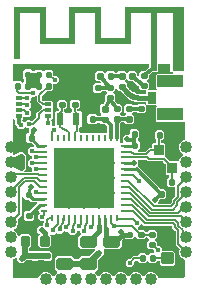
<source format=gbr>
G04 EAGLE Gerber RS-274X export*
G75*
%MOMM*%
%FSLAX34Y34*%
%LPD*%
%INTop Copper*%
%IPPOS*%
%AMOC8*
5,1,8,0,0,1.08239X$1,22.5*%
G01*
%ADD10R,0.240000X0.600000*%
%ADD11R,0.600000X0.240000*%
%ADD12R,5.150000X5.150000*%
%ADD13C,0.500000*%
%ADD14C,0.280800*%
%ADD15C,0.500000*%
%ADD16C,0.402900*%
%ADD17R,0.850000X0.950000*%
%ADD18C,0.270000*%
%ADD19C,1.016000*%
%ADD20R,0.600000X1.100000*%
%ADD21R,0.560000X0.350000*%
%ADD22R,0.200000X1.600000*%
%ADD23C,0.300000*%
%ADD24R,0.900000X0.500000*%
%ADD25R,0.500000X0.500000*%
%ADD26R,2.200000X1.050000*%
%ADD27R,0.800000X1.000000*%
%ADD28C,0.152400*%
%ADD29C,0.450000*%
%ADD30C,0.406400*%
%ADD31C,0.254000*%
%ADD32C,0.304800*%
%ADD33C,0.503200*%
%ADD34C,0.508000*%
%ADD35C,0.453200*%
%ADD36C,0.609600*%

G36*
X77496Y121782D02*
X77496Y121782D01*
X77599Y121784D01*
X77618Y121791D01*
X77638Y121793D01*
X77733Y121833D01*
X77830Y121869D01*
X77846Y121881D01*
X77864Y121889D01*
X77995Y121994D01*
X78230Y122229D01*
X81406Y122229D01*
X81422Y122232D01*
X81439Y122230D01*
X81543Y122252D01*
X81649Y122269D01*
X81663Y122277D01*
X81679Y122280D01*
X81772Y122334D01*
X81866Y122384D01*
X81877Y122396D01*
X81892Y122405D01*
X81962Y122485D01*
X82035Y122562D01*
X82042Y122577D01*
X82053Y122590D01*
X82094Y122689D01*
X82139Y122786D01*
X82141Y122802D01*
X82147Y122817D01*
X82167Y122984D01*
X82168Y123081D01*
X82167Y123083D01*
X82168Y123086D01*
X82169Y124444D01*
X82173Y124456D01*
X82172Y124487D01*
X82180Y124554D01*
X82202Y127088D01*
X82187Y127181D01*
X82180Y127275D01*
X82169Y127302D01*
X82164Y127331D01*
X82121Y127415D01*
X82084Y127502D01*
X82061Y127530D01*
X82051Y127549D01*
X82027Y127572D01*
X81979Y127633D01*
X79966Y129645D01*
X79892Y129698D01*
X79823Y129758D01*
X79793Y129770D01*
X79766Y129789D01*
X79680Y129815D01*
X79595Y129850D01*
X79554Y129854D01*
X79531Y129861D01*
X79499Y129860D01*
X79428Y129868D01*
X76989Y129868D01*
X76083Y130775D01*
X76009Y130828D01*
X75939Y130887D01*
X75909Y130900D01*
X75883Y130918D01*
X75796Y130945D01*
X75711Y130979D01*
X75670Y130984D01*
X75648Y130991D01*
X75616Y130990D01*
X75544Y130998D01*
X73596Y130998D01*
X73506Y130983D01*
X73415Y130976D01*
X73386Y130963D01*
X73354Y130958D01*
X73273Y130915D01*
X73189Y130880D01*
X73157Y130854D01*
X73136Y130843D01*
X73114Y130820D01*
X73058Y130775D01*
X72232Y129949D01*
X66761Y129949D01*
X65226Y131484D01*
X65226Y136355D01*
X66761Y137890D01*
X72232Y137890D01*
X73312Y136810D01*
X73386Y136757D01*
X73455Y136698D01*
X73486Y136685D01*
X73512Y136667D01*
X73599Y136640D01*
X73684Y136606D01*
X73725Y136601D01*
X73747Y136594D01*
X73779Y136595D01*
X73850Y136587D01*
X75452Y136587D01*
X75542Y136602D01*
X75633Y136609D01*
X75663Y136622D01*
X75694Y136627D01*
X75775Y136670D01*
X75859Y136705D01*
X75891Y136731D01*
X75912Y136742D01*
X75934Y136765D01*
X75990Y136810D01*
X76800Y137621D01*
X76812Y137637D01*
X76828Y137649D01*
X76884Y137736D01*
X76944Y137820D01*
X76950Y137839D01*
X76961Y137856D01*
X76986Y137957D01*
X77016Y138055D01*
X77016Y138075D01*
X77021Y138095D01*
X77013Y138198D01*
X77010Y138301D01*
X77003Y138320D01*
X77001Y138340D01*
X76961Y138435D01*
X76925Y138532D01*
X76913Y138548D01*
X76905Y138566D01*
X76824Y138668D01*
X76821Y138673D01*
X76818Y138675D01*
X76800Y138697D01*
X75454Y140043D01*
X75454Y144914D01*
X76989Y146450D01*
X78261Y146450D01*
X78337Y146462D01*
X78413Y146465D01*
X78457Y146482D01*
X78504Y146489D01*
X78571Y146525D01*
X78643Y146552D01*
X78680Y146582D01*
X78722Y146604D01*
X78774Y146660D01*
X78833Y146708D01*
X78870Y146760D01*
X78891Y146783D01*
X78902Y146806D01*
X78929Y146845D01*
X80167Y149107D01*
X80203Y149207D01*
X80242Y149306D01*
X80245Y149327D01*
X80249Y149339D01*
X80250Y149370D01*
X80261Y149473D01*
X80261Y154364D01*
X81607Y155710D01*
X81619Y155726D01*
X81634Y155739D01*
X81690Y155826D01*
X81751Y155910D01*
X81756Y155929D01*
X81767Y155946D01*
X81793Y156046D01*
X81823Y156145D01*
X81822Y156165D01*
X81827Y156184D01*
X81819Y156287D01*
X81817Y156391D01*
X81810Y156410D01*
X81808Y156429D01*
X81768Y156524D01*
X81732Y156622D01*
X81720Y156638D01*
X81712Y156656D01*
X81607Y156787D01*
X81024Y157370D01*
X80950Y157423D01*
X80880Y157483D01*
X80850Y157495D01*
X80824Y157514D01*
X80737Y157541D01*
X80652Y157575D01*
X80611Y157579D01*
X80589Y157586D01*
X80557Y157585D01*
X80485Y157593D01*
X78358Y157593D01*
X78268Y157578D01*
X78177Y157571D01*
X78147Y157559D01*
X78115Y157553D01*
X78035Y157511D01*
X77951Y157475D01*
X77919Y157449D01*
X77898Y157438D01*
X77876Y157415D01*
X77820Y157370D01*
X76867Y156417D01*
X71396Y156417D01*
X69860Y157952D01*
X69860Y162824D01*
X71396Y164359D01*
X75810Y164359D01*
X75857Y164366D01*
X75904Y164364D01*
X75977Y164386D01*
X76053Y164398D01*
X76095Y164420D01*
X76140Y164434D01*
X76203Y164478D01*
X76270Y164514D01*
X76303Y164548D01*
X76341Y164574D01*
X76387Y164636D01*
X76440Y164692D01*
X76460Y164735D01*
X76488Y164772D01*
X76511Y164845D01*
X76543Y164915D01*
X76549Y164962D01*
X76563Y165006D01*
X76562Y165083D01*
X76571Y165159D01*
X76561Y165205D01*
X76560Y165252D01*
X76535Y165325D01*
X76518Y165400D01*
X76494Y165440D01*
X76479Y165484D01*
X76403Y165593D01*
X76392Y165611D01*
X76388Y165615D01*
X76383Y165622D01*
X76146Y165892D01*
X76057Y165965D01*
X75968Y166041D01*
X75962Y166043D01*
X75956Y166048D01*
X75849Y166089D01*
X75740Y166133D01*
X75731Y166134D01*
X75726Y166136D01*
X75706Y166136D01*
X75574Y166151D01*
X73455Y166151D01*
X71920Y167686D01*
X71920Y173157D01*
X73455Y174693D01*
X78326Y174693D01*
X79672Y173346D01*
X79688Y173335D01*
X79701Y173319D01*
X79788Y173263D01*
X79872Y173203D01*
X79891Y173197D01*
X79908Y173186D01*
X80008Y173161D01*
X80107Y173130D01*
X80127Y173131D01*
X80146Y173126D01*
X80249Y173134D01*
X80353Y173137D01*
X80372Y173144D01*
X80391Y173145D01*
X80486Y173186D01*
X80584Y173221D01*
X80599Y173234D01*
X80618Y173242D01*
X80749Y173346D01*
X82095Y174693D01*
X86966Y174693D01*
X88229Y173429D01*
X88303Y173376D01*
X88371Y173317D01*
X88402Y173305D01*
X88429Y173285D01*
X88516Y173259D01*
X88599Y173225D01*
X88641Y173220D01*
X88664Y173213D01*
X88696Y173214D01*
X88766Y173206D01*
X89981Y173203D01*
X90072Y173218D01*
X90164Y173225D01*
X90193Y173237D01*
X90224Y173242D01*
X90306Y173285D01*
X90390Y173321D01*
X90421Y173346D01*
X90442Y173357D01*
X90464Y173380D01*
X90521Y173426D01*
X91537Y174442D01*
X91621Y174478D01*
X91653Y174503D01*
X91674Y174514D01*
X91696Y174538D01*
X91752Y174583D01*
X91838Y174668D01*
X96709Y174668D01*
X98055Y173322D01*
X98072Y173311D01*
X98084Y173295D01*
X98171Y173239D01*
X98255Y173179D01*
X98274Y173173D01*
X98291Y173162D01*
X98391Y173137D01*
X98490Y173106D01*
X98510Y173107D01*
X98529Y173102D01*
X98632Y173110D01*
X98736Y173113D01*
X98755Y173120D01*
X98775Y173121D01*
X98870Y173161D01*
X98967Y173197D01*
X98983Y173210D01*
X99001Y173217D01*
X99132Y173322D01*
X100478Y174668D01*
X105349Y174668D01*
X106884Y173133D01*
X106884Y171129D01*
X106886Y171123D01*
X106885Y171116D01*
X106905Y171001D01*
X106924Y170886D01*
X106927Y170881D01*
X106928Y170874D01*
X106985Y170772D01*
X107039Y170669D01*
X107044Y170664D01*
X107047Y170659D01*
X107165Y170539D01*
X107487Y170276D01*
X107516Y170260D01*
X107540Y170237D01*
X107622Y170199D01*
X107700Y170154D01*
X107733Y170147D01*
X107763Y170133D01*
X107853Y170123D01*
X107942Y170106D01*
X107975Y170110D01*
X108007Y170106D01*
X108096Y170126D01*
X108186Y170137D01*
X108215Y170151D01*
X108248Y170159D01*
X108326Y170205D01*
X108407Y170245D01*
X108431Y170268D01*
X108459Y170285D01*
X108518Y170353D01*
X108582Y170417D01*
X108597Y170446D01*
X108619Y170472D01*
X108653Y170556D01*
X108694Y170636D01*
X108698Y170669D01*
X108711Y170700D01*
X108729Y170867D01*
X108729Y173256D01*
X110264Y174791D01*
X113187Y174791D01*
X113239Y174799D01*
X113291Y174798D01*
X113359Y174819D01*
X113430Y174830D01*
X113476Y174855D01*
X113526Y174870D01*
X113623Y174933D01*
X113647Y174946D01*
X113654Y174953D01*
X113667Y174961D01*
X117165Y177800D01*
X117170Y177806D01*
X117176Y177809D01*
X117252Y177898D01*
X117328Y177984D01*
X117331Y177991D01*
X117336Y177996D01*
X117380Y178105D01*
X117425Y178210D01*
X117425Y178218D01*
X117428Y178224D01*
X117447Y178391D01*
X117447Y179669D01*
X117443Y179689D01*
X117446Y179708D01*
X117424Y179810D01*
X117407Y179912D01*
X117398Y179929D01*
X117393Y179949D01*
X117340Y180038D01*
X117292Y180129D01*
X117277Y180143D01*
X117267Y180160D01*
X117188Y180227D01*
X117113Y180298D01*
X117095Y180307D01*
X117080Y180320D01*
X116984Y180359D01*
X116890Y180402D01*
X116871Y180404D01*
X116852Y180412D01*
X116685Y180430D01*
X2835Y180430D01*
X2815Y180427D01*
X2795Y180429D01*
X2694Y180407D01*
X2592Y180390D01*
X2574Y180381D01*
X2555Y180377D01*
X2466Y180324D01*
X2374Y180275D01*
X2361Y180261D01*
X2344Y180251D01*
X2276Y180172D01*
X2205Y180097D01*
X2197Y180079D01*
X2184Y180064D01*
X2145Y179968D01*
X2101Y179874D01*
X2099Y179854D01*
X2092Y179836D01*
X2073Y179669D01*
X2073Y166714D01*
X2085Y166643D01*
X2087Y166572D01*
X2105Y166523D01*
X2113Y166471D01*
X2147Y166408D01*
X2171Y166341D01*
X2204Y166300D01*
X2228Y166254D01*
X2280Y166205D01*
X2325Y166149D01*
X2369Y166120D01*
X2406Y166085D01*
X2471Y166054D01*
X2532Y166016D01*
X2582Y166003D01*
X2630Y165981D01*
X2701Y165973D01*
X2770Y165956D01*
X2822Y165960D01*
X2874Y165954D01*
X2944Y165969D01*
X3016Y165975D01*
X3063Y165995D01*
X3114Y166006D01*
X3176Y166043D01*
X3242Y166071D01*
X3298Y166116D01*
X3325Y166132D01*
X3341Y166150D01*
X3373Y166176D01*
X3471Y166274D01*
X8279Y166274D01*
X9637Y164917D01*
X9653Y164905D01*
X9666Y164889D01*
X9753Y164833D01*
X9837Y164773D01*
X9856Y164767D01*
X9873Y164756D01*
X9973Y164731D01*
X10072Y164701D01*
X10092Y164701D01*
X10111Y164696D01*
X10214Y164704D01*
X10318Y164707D01*
X10336Y164714D01*
X10356Y164715D01*
X10452Y164756D01*
X10549Y164792D01*
X10564Y164804D01*
X10583Y164812D01*
X10714Y164917D01*
X11458Y165661D01*
X11511Y165735D01*
X11570Y165804D01*
X11582Y165834D01*
X11601Y165860D01*
X11628Y165947D01*
X11662Y166032D01*
X11667Y166073D01*
X11674Y166095D01*
X11673Y166128D01*
X11681Y166199D01*
X11681Y167629D01*
X11666Y167719D01*
X11659Y167810D01*
X11646Y167840D01*
X11641Y167872D01*
X11598Y167953D01*
X11562Y168037D01*
X11537Y168069D01*
X11526Y168089D01*
X11502Y168111D01*
X11458Y168167D01*
X10674Y168951D01*
X10674Y174358D01*
X12241Y175925D01*
X17049Y175925D01*
X18334Y174640D01*
X18408Y174587D01*
X18477Y174528D01*
X18508Y174516D01*
X18534Y174497D01*
X18621Y174470D01*
X18706Y174436D01*
X18747Y174431D01*
X18769Y174424D01*
X18801Y174425D01*
X18872Y174417D01*
X19456Y174417D01*
X19547Y174432D01*
X19637Y174439D01*
X19667Y174452D01*
X19699Y174457D01*
X19780Y174500D01*
X19864Y174536D01*
X19896Y174561D01*
X19917Y174572D01*
X19939Y174595D01*
X19995Y174640D01*
X21248Y175893D01*
X26056Y175893D01*
X27413Y174536D01*
X27430Y174524D01*
X27442Y174508D01*
X27529Y174452D01*
X27613Y174392D01*
X27632Y174386D01*
X27649Y174375D01*
X27749Y174350D01*
X27848Y174320D01*
X27868Y174320D01*
X27887Y174315D01*
X27990Y174323D01*
X28094Y174326D01*
X28113Y174333D01*
X28133Y174334D01*
X28228Y174375D01*
X28325Y174410D01*
X28341Y174423D01*
X28359Y174431D01*
X28490Y174536D01*
X29848Y175893D01*
X34656Y175893D01*
X36222Y174327D01*
X36222Y171468D01*
X36237Y171378D01*
X36244Y171287D01*
X36257Y171257D01*
X36262Y171225D01*
X36305Y171144D01*
X36341Y171060D01*
X36366Y171028D01*
X36377Y171008D01*
X36401Y170985D01*
X36445Y170929D01*
X36631Y170744D01*
X36705Y170691D01*
X36774Y170631D01*
X36805Y170619D01*
X36831Y170600D01*
X36918Y170573D01*
X37003Y170539D01*
X37044Y170535D01*
X37066Y170528D01*
X37098Y170529D01*
X37169Y170521D01*
X38958Y170521D01*
X41021Y168458D01*
X41021Y165542D01*
X38958Y163479D01*
X37006Y163479D01*
X36986Y163476D01*
X36966Y163478D01*
X36865Y163456D01*
X36763Y163440D01*
X36745Y163430D01*
X36726Y163426D01*
X36637Y163373D01*
X36545Y163324D01*
X36532Y163310D01*
X36515Y163300D01*
X36447Y163221D01*
X36376Y163146D01*
X36368Y163128D01*
X36355Y163113D01*
X36316Y163017D01*
X36272Y162923D01*
X36270Y162903D01*
X36263Y162885D01*
X36244Y162718D01*
X36244Y159339D01*
X34678Y157772D01*
X31193Y157772D01*
X31103Y157757D01*
X31012Y157750D01*
X30982Y157737D01*
X30950Y157732D01*
X30870Y157689D01*
X30786Y157654D01*
X30754Y157628D01*
X30733Y157617D01*
X30711Y157594D01*
X30655Y157549D01*
X26756Y153650D01*
X26703Y153576D01*
X26643Y153507D01*
X26631Y153476D01*
X26612Y153450D01*
X26585Y153363D01*
X26551Y153278D01*
X26547Y153237D01*
X26540Y153215D01*
X26541Y153183D01*
X26533Y153112D01*
X26533Y150657D01*
X26547Y150567D01*
X26555Y150476D01*
X26567Y150446D01*
X26572Y150415D01*
X26615Y150334D01*
X26651Y150250D01*
X26677Y150218D01*
X26688Y150197D01*
X26711Y150175D01*
X26756Y150119D01*
X27305Y149570D01*
X27321Y149558D01*
X27333Y149543D01*
X27420Y149487D01*
X27504Y149427D01*
X27523Y149421D01*
X27540Y149410D01*
X27640Y149385D01*
X27739Y149354D01*
X27759Y149355D01*
X27779Y149350D01*
X27882Y149358D01*
X27985Y149361D01*
X28004Y149367D01*
X28024Y149369D01*
X28119Y149410D01*
X28216Y149445D01*
X28226Y149453D01*
X34916Y149453D01*
X35661Y148708D01*
X35661Y134156D01*
X34780Y133275D01*
X34769Y133259D01*
X34753Y133247D01*
X34697Y133159D01*
X34637Y133075D01*
X34631Y133056D01*
X34620Y133040D01*
X34595Y132939D01*
X34564Y132840D01*
X34565Y132820D01*
X34560Y132801D01*
X34568Y132698D01*
X34571Y132595D01*
X34578Y132576D01*
X34579Y132556D01*
X34620Y132461D01*
X34655Y132364D01*
X34668Y132348D01*
X34676Y132330D01*
X34780Y132199D01*
X35021Y131958D01*
X35021Y128925D01*
X35024Y128905D01*
X35022Y128885D01*
X35044Y128784D01*
X35060Y128682D01*
X35070Y128664D01*
X35074Y128645D01*
X35127Y128556D01*
X35176Y128465D01*
X35190Y128451D01*
X35200Y128434D01*
X35279Y128366D01*
X35354Y128295D01*
X35372Y128287D01*
X35387Y128274D01*
X35483Y128235D01*
X35577Y128192D01*
X35597Y128189D01*
X35615Y128182D01*
X35782Y128163D01*
X36890Y128163D01*
X36910Y128167D01*
X36930Y128164D01*
X37031Y128186D01*
X37133Y128203D01*
X37151Y128212D01*
X37170Y128217D01*
X37259Y128270D01*
X37351Y128318D01*
X37364Y128333D01*
X37381Y128343D01*
X37449Y128422D01*
X37520Y128497D01*
X37528Y128515D01*
X37541Y128530D01*
X37580Y128626D01*
X37624Y128720D01*
X37626Y128739D01*
X37633Y128758D01*
X37652Y128925D01*
X37652Y139774D01*
X38396Y140518D01*
X40291Y140518D01*
X40381Y140533D01*
X40472Y140540D01*
X40502Y140553D01*
X40534Y140558D01*
X40614Y140601D01*
X40698Y140636D01*
X40730Y140662D01*
X40751Y140673D01*
X40773Y140696D01*
X40829Y140741D01*
X41180Y141092D01*
X41222Y141150D01*
X41271Y141202D01*
X41293Y141249D01*
X41323Y141291D01*
X41344Y141360D01*
X41375Y141425D01*
X41380Y141477D01*
X41396Y141526D01*
X41394Y141598D01*
X41402Y141669D01*
X41391Y141720D01*
X41389Y141772D01*
X41365Y141840D01*
X41349Y141910D01*
X41323Y141954D01*
X41305Y142003D01*
X41260Y142059D01*
X41223Y142121D01*
X41184Y142155D01*
X41151Y142195D01*
X41091Y142234D01*
X41036Y142281D01*
X40995Y142298D01*
X39334Y143958D01*
X39334Y148766D01*
X40901Y150333D01*
X46309Y150333D01*
X47876Y148766D01*
X47876Y143958D01*
X46294Y142376D01*
X46258Y142368D01*
X46156Y142351D01*
X46139Y142342D01*
X46119Y142338D01*
X46030Y142285D01*
X45939Y142236D01*
X45925Y142222D01*
X45908Y142212D01*
X45841Y142133D01*
X45770Y142058D01*
X45761Y142040D01*
X45748Y142025D01*
X45709Y141929D01*
X45666Y141835D01*
X45664Y141815D01*
X45656Y141797D01*
X45638Y141630D01*
X45638Y140644D01*
X45653Y140554D01*
X45660Y140463D01*
X45672Y140434D01*
X45678Y140402D01*
X45720Y140321D01*
X45756Y140237D01*
X45782Y140205D01*
X45793Y140184D01*
X45816Y140162D01*
X45861Y140106D01*
X46274Y139693D01*
X46300Y139650D01*
X46348Y139559D01*
X46362Y139545D01*
X46373Y139528D01*
X46451Y139460D01*
X46526Y139389D01*
X46544Y139381D01*
X46560Y139368D01*
X46656Y139329D01*
X46749Y139286D01*
X46769Y139283D01*
X46788Y139276D01*
X46954Y139257D01*
X50890Y139257D01*
X50910Y139261D01*
X50930Y139258D01*
X51031Y139280D01*
X51133Y139297D01*
X51151Y139306D01*
X51170Y139311D01*
X51259Y139364D01*
X51351Y139412D01*
X51364Y139427D01*
X51381Y139437D01*
X51449Y139516D01*
X51520Y139591D01*
X51528Y139609D01*
X51541Y139624D01*
X51568Y139690D01*
X52341Y140463D01*
X52394Y140537D01*
X52453Y140606D01*
X52465Y140636D01*
X52484Y140663D01*
X52511Y140750D01*
X52545Y140834D01*
X52550Y140875D01*
X52557Y140898D01*
X52556Y140930D01*
X52564Y141001D01*
X52564Y141707D01*
X52561Y141726D01*
X52563Y141745D01*
X52541Y141847D01*
X52524Y141950D01*
X52515Y141967D01*
X52511Y141986D01*
X52458Y142075D01*
X52409Y142167D01*
X52395Y142181D01*
X52385Y142197D01*
X52306Y142265D01*
X52231Y142337D01*
X52213Y142345D01*
X52198Y142357D01*
X52102Y142397D01*
X52007Y142440D01*
X51988Y142443D01*
X51970Y142450D01*
X51896Y142458D01*
X50322Y144038D01*
X50330Y148846D01*
X51899Y150410D01*
X57307Y150400D01*
X58871Y148831D01*
X58863Y144023D01*
X57276Y142441D01*
X57251Y142436D01*
X57149Y142420D01*
X57131Y142410D01*
X57111Y142406D01*
X57022Y142353D01*
X56931Y142305D01*
X56917Y142290D01*
X56899Y142279D01*
X56833Y142201D01*
X56762Y142127D01*
X56753Y142108D01*
X56740Y142092D01*
X56701Y141997D01*
X56658Y141904D01*
X56655Y141883D01*
X56648Y141864D01*
X56629Y141698D01*
X56629Y141493D01*
X56644Y141403D01*
X56651Y141312D01*
X56664Y141282D01*
X56669Y141250D01*
X56712Y141170D01*
X56747Y141086D01*
X56773Y141054D01*
X56784Y141033D01*
X56807Y141011D01*
X56852Y140955D01*
X57066Y140741D01*
X57140Y140688D01*
X57209Y140629D01*
X57239Y140616D01*
X57266Y140598D01*
X57353Y140571D01*
X57438Y140537D01*
X57479Y140532D01*
X57501Y140525D01*
X57533Y140526D01*
X57604Y140518D01*
X59449Y140518D01*
X60193Y139774D01*
X60193Y127721D01*
X59449Y126977D01*
X59242Y126977D01*
X59222Y126973D01*
X59202Y126976D01*
X59101Y126954D01*
X58999Y126937D01*
X58981Y126928D01*
X58962Y126923D01*
X58873Y126870D01*
X58781Y126822D01*
X58768Y126807D01*
X58751Y126797D01*
X58683Y126718D01*
X58612Y126643D01*
X58604Y126625D01*
X58591Y126610D01*
X58552Y126514D01*
X58508Y126420D01*
X58506Y126401D01*
X58499Y126382D01*
X58480Y126215D01*
X58480Y123138D01*
X58467Y123095D01*
X58469Y123023D01*
X58461Y122951D01*
X58472Y122900D01*
X58473Y122849D01*
X58498Y122781D01*
X58513Y122711D01*
X58540Y122666D01*
X58557Y122618D01*
X58602Y122561D01*
X58639Y122500D01*
X58679Y122466D01*
X58711Y122425D01*
X58771Y122386D01*
X58826Y122340D01*
X58874Y122320D01*
X58918Y122292D01*
X58987Y122275D01*
X59054Y122248D01*
X59125Y122240D01*
X59156Y122232D01*
X59180Y122234D01*
X59221Y122229D01*
X61683Y122229D01*
X61918Y121994D01*
X61935Y121982D01*
X61947Y121967D01*
X62034Y121911D01*
X62118Y121850D01*
X62137Y121845D01*
X62154Y121834D01*
X62254Y121808D01*
X62353Y121778D01*
X62373Y121779D01*
X62393Y121774D01*
X62496Y121782D01*
X62599Y121784D01*
X62618Y121791D01*
X62638Y121793D01*
X62733Y121833D01*
X62830Y121869D01*
X62846Y121881D01*
X62864Y121889D01*
X62995Y121994D01*
X63230Y122229D01*
X66683Y122229D01*
X66918Y121994D01*
X66935Y121982D01*
X66947Y121967D01*
X67034Y121911D01*
X67118Y121850D01*
X67137Y121845D01*
X67154Y121834D01*
X67254Y121808D01*
X67353Y121778D01*
X67373Y121779D01*
X67393Y121774D01*
X67496Y121782D01*
X67599Y121784D01*
X67618Y121791D01*
X67638Y121793D01*
X67733Y121833D01*
X67830Y121869D01*
X67846Y121881D01*
X67864Y121889D01*
X67995Y121994D01*
X68230Y122229D01*
X71683Y122229D01*
X71918Y121994D01*
X71935Y121982D01*
X71947Y121967D01*
X72034Y121911D01*
X72118Y121850D01*
X72137Y121845D01*
X72154Y121834D01*
X72254Y121808D01*
X72353Y121778D01*
X72373Y121779D01*
X72393Y121774D01*
X72496Y121782D01*
X72599Y121784D01*
X72618Y121791D01*
X72638Y121793D01*
X72733Y121833D01*
X72830Y121869D01*
X72846Y121881D01*
X72864Y121889D01*
X72995Y121994D01*
X73230Y122229D01*
X76683Y122229D01*
X76918Y121994D01*
X76935Y121982D01*
X76947Y121967D01*
X77034Y121911D01*
X77118Y121850D01*
X77137Y121845D01*
X77154Y121834D01*
X77254Y121808D01*
X77353Y121778D01*
X77373Y121779D01*
X77393Y121774D01*
X77496Y121782D01*
G37*
G36*
X123742Y174999D02*
X123742Y174999D01*
X123741Y174999D01*
X123742Y175000D01*
X123742Y223988D01*
X137718Y223988D01*
X137718Y175000D01*
X137729Y174988D01*
X137729Y174989D01*
X137730Y174988D01*
X146730Y174988D01*
X146742Y174999D01*
X146741Y174999D01*
X146742Y175000D01*
X146742Y229000D01*
X146732Y229012D01*
X146731Y229011D01*
X146730Y229012D01*
X96730Y229012D01*
X96718Y229002D01*
X96719Y229001D01*
X96718Y229000D01*
X96718Y202612D01*
X76742Y202612D01*
X76742Y229000D01*
X76732Y229012D01*
X76731Y229011D01*
X76730Y229012D01*
X49730Y229012D01*
X49718Y229002D01*
X49719Y229001D01*
X49718Y229000D01*
X49718Y202612D01*
X29742Y202612D01*
X29742Y229000D01*
X29732Y229012D01*
X29731Y229011D01*
X29730Y229012D01*
X2730Y229012D01*
X2718Y229002D01*
X2719Y229001D01*
X2718Y229000D01*
X2718Y184600D01*
X2729Y184588D01*
X2729Y184589D01*
X2730Y184588D01*
X7730Y184588D01*
X7742Y184599D01*
X7741Y184599D01*
X7742Y184600D01*
X7742Y223988D01*
X24718Y223988D01*
X24718Y197600D01*
X24729Y197588D01*
X24729Y197589D01*
X24730Y197588D01*
X54730Y197588D01*
X54742Y197599D01*
X54741Y197599D01*
X54742Y197600D01*
X54742Y223988D01*
X71718Y223988D01*
X71718Y197600D01*
X71729Y197588D01*
X71729Y197589D01*
X71730Y197588D01*
X101730Y197588D01*
X101742Y197599D01*
X101741Y197599D01*
X101742Y197600D01*
X101742Y223988D01*
X118718Y223988D01*
X118718Y175000D01*
X118729Y174988D01*
X118729Y174989D01*
X118730Y174988D01*
X123730Y174988D01*
X123742Y174999D01*
G37*
G36*
X146856Y-363D02*
X146856Y-363D01*
X146876Y-365D01*
X146977Y-343D01*
X147079Y-326D01*
X147097Y-317D01*
X147116Y-313D01*
X147205Y-259D01*
X147297Y-211D01*
X147310Y-197D01*
X147327Y-186D01*
X147395Y-108D01*
X147466Y-33D01*
X147474Y-15D01*
X147487Y1D01*
X147526Y97D01*
X147570Y190D01*
X147572Y210D01*
X147579Y229D01*
X147598Y395D01*
X147598Y14491D01*
X147579Y14605D01*
X147562Y14721D01*
X147559Y14727D01*
X147558Y14733D01*
X147504Y14836D01*
X147450Y14941D01*
X147446Y14945D01*
X147443Y14951D01*
X147359Y15030D01*
X147275Y15113D01*
X147268Y15117D01*
X147265Y15120D01*
X147248Y15128D01*
X147128Y15194D01*
X145470Y15881D01*
X143683Y17667D01*
X142716Y20001D01*
X142716Y22528D01*
X143170Y23623D01*
X143196Y23736D01*
X143225Y23850D01*
X143225Y23856D01*
X143226Y23862D01*
X143215Y23979D01*
X143206Y24095D01*
X143203Y24101D01*
X143203Y24107D01*
X143155Y24214D01*
X143110Y24321D01*
X143105Y24327D01*
X143103Y24332D01*
X143090Y24345D01*
X143005Y24452D01*
X139922Y27535D01*
X139922Y38610D01*
X139908Y38700D01*
X139900Y38791D01*
X139888Y38821D01*
X139883Y38853D01*
X139840Y38933D01*
X139804Y39017D01*
X139778Y39049D01*
X139768Y39070D01*
X139744Y39092D01*
X139699Y39148D01*
X137128Y41719D01*
X137128Y42843D01*
X137114Y42933D01*
X137106Y43024D01*
X137094Y43053D01*
X137089Y43085D01*
X137046Y43166D01*
X137010Y43250D01*
X136984Y43282D01*
X136974Y43303D01*
X136950Y43325D01*
X136905Y43381D01*
X136827Y43459D01*
X136753Y43512D01*
X136684Y43572D01*
X136654Y43584D01*
X136627Y43603D01*
X136540Y43629D01*
X136456Y43664D01*
X136415Y43668D01*
X136392Y43675D01*
X136360Y43674D01*
X136289Y43682D01*
X113320Y43682D01*
X111820Y45182D01*
X111762Y45224D01*
X111710Y45274D01*
X111663Y45295D01*
X111621Y45326D01*
X111552Y45347D01*
X111487Y45377D01*
X111435Y45383D01*
X111385Y45398D01*
X111314Y45396D01*
X111243Y45404D01*
X111192Y45393D01*
X111140Y45392D01*
X111072Y45367D01*
X111002Y45352D01*
X110957Y45325D01*
X110909Y45307D01*
X110853Y45263D01*
X110791Y45226D01*
X110757Y45186D01*
X110717Y45154D01*
X110678Y45093D01*
X110631Y45039D01*
X110612Y44991D01*
X110584Y44947D01*
X110566Y44877D01*
X110539Y44811D01*
X110531Y44739D01*
X110523Y44708D01*
X110525Y44685D01*
X110521Y44644D01*
X110521Y44542D01*
X108235Y42256D01*
X108226Y42244D01*
X108206Y42228D01*
X108178Y42184D01*
X108142Y42146D01*
X108117Y42092D01*
X108092Y42057D01*
X108088Y42043D01*
X108073Y42021D01*
X108061Y41970D01*
X108039Y41923D01*
X108032Y41862D01*
X108019Y41821D01*
X108020Y41808D01*
X108013Y41782D01*
X108017Y41730D01*
X108012Y41679D01*
X108025Y41618D01*
X108026Y41576D01*
X108030Y41563D01*
X108032Y41537D01*
X108053Y41489D01*
X108064Y41438D01*
X108095Y41386D01*
X108110Y41345D01*
X108119Y41334D01*
X108129Y41311D01*
X108174Y41255D01*
X108190Y41227D01*
X108208Y41212D01*
X108234Y41180D01*
X109034Y40379D01*
X109108Y40326D01*
X109178Y40267D01*
X109208Y40254D01*
X109234Y40236D01*
X109321Y40209D01*
X109406Y40175D01*
X109447Y40170D01*
X109469Y40163D01*
X109501Y40164D01*
X109573Y40156D01*
X113057Y40156D01*
X114603Y38610D01*
X114619Y38598D01*
X114632Y38583D01*
X114719Y38527D01*
X114803Y38467D01*
X114822Y38461D01*
X114839Y38450D01*
X114939Y38425D01*
X115038Y38394D01*
X115058Y38395D01*
X115077Y38390D01*
X115180Y38398D01*
X115284Y38401D01*
X115303Y38407D01*
X115322Y38409D01*
X115417Y38449D01*
X115515Y38485D01*
X115530Y38497D01*
X115549Y38505D01*
X115680Y38610D01*
X117201Y40131D01*
X122609Y40131D01*
X124175Y38564D01*
X124175Y33756D01*
X122818Y32399D01*
X122806Y32382D01*
X122790Y32370D01*
X122734Y32283D01*
X122674Y32199D01*
X122668Y32180D01*
X122657Y32163D01*
X122632Y32063D01*
X122602Y31964D01*
X122602Y31944D01*
X122597Y31925D01*
X122605Y31822D01*
X122608Y31718D01*
X122615Y31699D01*
X122616Y31679D01*
X122657Y31585D01*
X122692Y31487D01*
X122705Y31471D01*
X122713Y31453D01*
X122818Y31322D01*
X124175Y29964D01*
X124175Y27016D01*
X124177Y27005D01*
X124176Y27000D01*
X124178Y26992D01*
X124176Y26976D01*
X124198Y26875D01*
X124215Y26773D01*
X124224Y26755D01*
X124229Y26736D01*
X124282Y26647D01*
X124330Y26555D01*
X124345Y26542D01*
X124355Y26525D01*
X124434Y26457D01*
X124509Y26386D01*
X124527Y26378D01*
X124542Y26365D01*
X124638Y26326D01*
X124732Y26282D01*
X124751Y26280D01*
X124770Y26273D01*
X124937Y26254D01*
X126458Y26254D01*
X128521Y24192D01*
X128521Y23149D01*
X128524Y23129D01*
X128522Y23110D01*
X128544Y23008D01*
X128560Y22906D01*
X128570Y22889D01*
X128574Y22869D01*
X128627Y22780D01*
X128676Y22689D01*
X128690Y22675D01*
X128700Y22658D01*
X128779Y22591D01*
X128854Y22520D01*
X128872Y22511D01*
X128887Y22498D01*
X128983Y22459D01*
X129077Y22416D01*
X129097Y22414D01*
X129115Y22406D01*
X129282Y22388D01*
X137564Y22388D01*
X139187Y20765D01*
X139187Y11469D01*
X137564Y9846D01*
X128269Y9846D01*
X126646Y11469D01*
X126646Y13323D01*
X126642Y13343D01*
X126645Y13363D01*
X126623Y13464D01*
X126606Y13566D01*
X126597Y13583D01*
X126592Y13603D01*
X126539Y13692D01*
X126491Y13783D01*
X126476Y13797D01*
X126466Y13814D01*
X126387Y13881D01*
X126312Y13953D01*
X126294Y13961D01*
X126279Y13974D01*
X126183Y14013D01*
X126089Y14056D01*
X126070Y14058D01*
X126051Y14066D01*
X125884Y14084D01*
X125280Y14084D01*
X125261Y14081D01*
X125241Y14083D01*
X125139Y14061D01*
X125037Y14045D01*
X125020Y14035D01*
X125000Y14031D01*
X124911Y13978D01*
X124820Y13930D01*
X124806Y13915D01*
X124789Y13905D01*
X124722Y13826D01*
X124651Y13751D01*
X124642Y13733D01*
X124629Y13718D01*
X124591Y13622D01*
X124547Y13528D01*
X124545Y13508D01*
X124537Y13490D01*
X124523Y13356D01*
X122952Y11786D01*
X118144Y11786D01*
X116786Y13143D01*
X116770Y13155D01*
X116758Y13171D01*
X116677Y13222D01*
X116673Y13226D01*
X116669Y13228D01*
X116587Y13287D01*
X116568Y13293D01*
X116551Y13304D01*
X116450Y13329D01*
X116352Y13359D01*
X116332Y13359D01*
X116312Y13364D01*
X116209Y13356D01*
X116106Y13353D01*
X116087Y13346D01*
X116067Y13345D01*
X115972Y13304D01*
X115875Y13269D01*
X115859Y13256D01*
X115841Y13248D01*
X115710Y13143D01*
X114352Y11786D01*
X109544Y11786D01*
X107962Y13368D01*
X107954Y13403D01*
X107938Y13505D01*
X107928Y13523D01*
X107924Y13542D01*
X107871Y13631D01*
X107823Y13723D01*
X107808Y13736D01*
X107798Y13753D01*
X107719Y13821D01*
X107644Y13892D01*
X107626Y13900D01*
X107611Y13913D01*
X107515Y13952D01*
X107421Y13996D01*
X107401Y13998D01*
X107383Y14005D01*
X107216Y14024D01*
X106214Y14024D01*
X106124Y14009D01*
X106033Y14002D01*
X106003Y13989D01*
X105971Y13984D01*
X105890Y13941D01*
X105806Y13905D01*
X105774Y13880D01*
X105754Y13869D01*
X105731Y13845D01*
X105675Y13801D01*
X104744Y12869D01*
X104691Y12795D01*
X104631Y12726D01*
X104619Y12695D01*
X104600Y12669D01*
X104573Y12582D01*
X104539Y12497D01*
X104535Y12456D01*
X104528Y12434D01*
X104529Y12402D01*
X104521Y12331D01*
X104521Y10542D01*
X102458Y8479D01*
X99542Y8479D01*
X97479Y10542D01*
X97479Y13458D01*
X99542Y15521D01*
X101331Y15521D01*
X101421Y15535D01*
X101512Y15543D01*
X101541Y15555D01*
X101573Y15560D01*
X101654Y15603D01*
X101738Y15639D01*
X101770Y15665D01*
X101791Y15676D01*
X101813Y15699D01*
X101869Y15744D01*
X104214Y18089D01*
X107216Y18089D01*
X107236Y18092D01*
X107256Y18090D01*
X107357Y18112D01*
X107459Y18129D01*
X107477Y18138D01*
X107496Y18142D01*
X107585Y18196D01*
X107676Y18244D01*
X107690Y18258D01*
X107707Y18269D01*
X107775Y18347D01*
X107846Y18422D01*
X107854Y18440D01*
X107867Y18455D01*
X107906Y18552D01*
X107949Y18645D01*
X107952Y18665D01*
X107959Y18684D01*
X107966Y18749D01*
X109544Y20327D01*
X114352Y20327D01*
X115710Y18969D01*
X115726Y18958D01*
X115739Y18942D01*
X115826Y18886D01*
X115910Y18826D01*
X115929Y18820D01*
X115945Y18809D01*
X116046Y18784D01*
X116145Y18753D01*
X116165Y18754D01*
X116184Y18749D01*
X116287Y18757D01*
X116391Y18760D01*
X116409Y18767D01*
X116429Y18768D01*
X116524Y18809D01*
X116622Y18844D01*
X116637Y18857D01*
X116656Y18864D01*
X116786Y18969D01*
X118144Y20327D01*
X120718Y20327D01*
X120738Y20330D01*
X120757Y20328D01*
X120859Y20350D01*
X120961Y20367D01*
X120978Y20376D01*
X120998Y20380D01*
X121087Y20434D01*
X121178Y20482D01*
X121192Y20496D01*
X121209Y20507D01*
X121276Y20585D01*
X121348Y20660D01*
X121356Y20678D01*
X121369Y20693D01*
X121408Y20790D01*
X121451Y20883D01*
X121453Y20903D01*
X121461Y20922D01*
X121479Y21088D01*
X121479Y22828D01*
X121476Y22848D01*
X121478Y22868D01*
X121456Y22969D01*
X121440Y23071D01*
X121430Y23089D01*
X121426Y23108D01*
X121373Y23197D01*
X121324Y23288D01*
X121310Y23302D01*
X121300Y23319D01*
X121221Y23387D01*
X121146Y23458D01*
X121128Y23466D01*
X121113Y23479D01*
X121017Y23518D01*
X120923Y23561D01*
X120903Y23564D01*
X120885Y23571D01*
X120718Y23590D01*
X117201Y23590D01*
X115634Y25156D01*
X115634Y29964D01*
X116992Y31322D01*
X117003Y31338D01*
X117019Y31351D01*
X117075Y31438D01*
X117135Y31522D01*
X117141Y31541D01*
X117152Y31558D01*
X117177Y31658D01*
X117208Y31757D01*
X117207Y31777D01*
X117212Y31796D01*
X117204Y31899D01*
X117201Y32003D01*
X117194Y32022D01*
X117193Y32041D01*
X117152Y32136D01*
X117117Y32234D01*
X117104Y32249D01*
X117096Y32268D01*
X116992Y32399D01*
X115655Y33736D01*
X115639Y33747D01*
X115626Y33763D01*
X115539Y33819D01*
X115455Y33879D01*
X115436Y33885D01*
X115419Y33896D01*
X115319Y33921D01*
X115220Y33952D01*
X115200Y33951D01*
X115181Y33956D01*
X115078Y33948D01*
X114974Y33945D01*
X114955Y33938D01*
X114935Y33937D01*
X114841Y33896D01*
X114743Y33861D01*
X114727Y33848D01*
X114709Y33840D01*
X114578Y33736D01*
X113057Y32215D01*
X107649Y32215D01*
X106101Y33763D01*
X106085Y33775D01*
X106072Y33790D01*
X105985Y33847D01*
X105901Y33907D01*
X105882Y33913D01*
X105865Y33923D01*
X105765Y33949D01*
X105666Y33979D01*
X105646Y33979D01*
X105627Y33984D01*
X105524Y33975D01*
X105420Y33973D01*
X105401Y33966D01*
X105381Y33964D01*
X105287Y33924D01*
X105189Y33888D01*
X105173Y33876D01*
X105155Y33868D01*
X105024Y33763D01*
X103463Y32203D01*
X98056Y32203D01*
X97611Y32648D01*
X97537Y32701D01*
X97467Y32760D01*
X97437Y32772D01*
X97411Y32791D01*
X97324Y32818D01*
X97239Y32852D01*
X97198Y32857D01*
X97176Y32863D01*
X97144Y32863D01*
X97072Y32871D01*
X95844Y32871D01*
X95754Y32856D01*
X95663Y32849D01*
X95633Y32836D01*
X95601Y32831D01*
X95521Y32788D01*
X95437Y32752D01*
X95405Y32727D01*
X95384Y32716D01*
X95362Y32692D01*
X95306Y32648D01*
X94358Y31699D01*
X94304Y31625D01*
X94245Y31556D01*
X94233Y31526D01*
X94214Y31499D01*
X94187Y31412D01*
X94153Y31328D01*
X94148Y31287D01*
X94142Y31264D01*
X94142Y31232D01*
X94135Y31161D01*
X94135Y26035D01*
X91926Y23826D01*
X79733Y23826D01*
X79652Y23813D01*
X79571Y23809D01*
X79532Y23794D01*
X79490Y23787D01*
X79418Y23749D01*
X79342Y23719D01*
X79310Y23691D01*
X79273Y23672D01*
X79217Y23613D01*
X79154Y23560D01*
X79132Y23524D01*
X79103Y23493D01*
X79069Y23419D01*
X79027Y23350D01*
X79017Y23308D01*
X79000Y23270D01*
X78991Y23189D01*
X78973Y23110D01*
X78977Y23068D01*
X78973Y23026D01*
X78990Y22946D01*
X78998Y22865D01*
X79016Y22827D01*
X79025Y22785D01*
X79067Y22715D01*
X79100Y22641D01*
X79136Y22599D01*
X79151Y22574D01*
X79165Y22562D01*
X79165Y21881D01*
X79166Y21873D01*
X79165Y21861D01*
X79229Y19391D01*
X78753Y18914D01*
X78748Y18908D01*
X78739Y18900D01*
X78332Y18471D01*
X78286Y18404D01*
X78233Y18342D01*
X78217Y18303D01*
X78194Y18268D01*
X78192Y18263D01*
X77048Y17119D01*
X77044Y17113D01*
X77035Y17105D01*
X75907Y15917D01*
X75847Y15892D01*
X75804Y15857D01*
X75779Y15843D01*
X75760Y15822D01*
X75716Y15787D01*
X74438Y14509D01*
X74385Y14435D01*
X74326Y14365D01*
X74313Y14335D01*
X74295Y14309D01*
X74268Y14222D01*
X74234Y14137D01*
X74229Y14096D01*
X74222Y14074D01*
X74223Y14042D01*
X74215Y13971D01*
X74215Y7242D01*
X71825Y4852D01*
X71813Y4836D01*
X71798Y4823D01*
X71742Y4736D01*
X71681Y4652D01*
X71675Y4633D01*
X71665Y4617D01*
X71639Y4516D01*
X71609Y4417D01*
X71609Y4397D01*
X71605Y4378D01*
X71613Y4275D01*
X71615Y4171D01*
X71622Y4153D01*
X71624Y4133D01*
X71664Y4038D01*
X71700Y3940D01*
X71712Y3925D01*
X71720Y3906D01*
X71825Y3776D01*
X73514Y2086D01*
X73777Y1452D01*
X73815Y1391D01*
X73844Y1325D01*
X73879Y1287D01*
X73906Y1243D01*
X73962Y1197D01*
X74010Y1144D01*
X74056Y1119D01*
X74096Y1086D01*
X74163Y1060D01*
X74226Y1026D01*
X74277Y1016D01*
X74326Y998D01*
X74397Y995D01*
X74468Y982D01*
X74519Y990D01*
X74571Y987D01*
X74640Y1007D01*
X74711Y1018D01*
X74758Y1041D01*
X74808Y1056D01*
X74866Y1097D01*
X74930Y1129D01*
X74967Y1166D01*
X75010Y1196D01*
X75052Y1254D01*
X75103Y1305D01*
X75137Y1368D01*
X75156Y1393D01*
X75164Y1416D01*
X75183Y1452D01*
X75446Y2086D01*
X77233Y3873D01*
X79567Y4840D01*
X82093Y4840D01*
X84428Y3873D01*
X86214Y2086D01*
X86477Y1452D01*
X86515Y1391D01*
X86544Y1325D01*
X86579Y1287D01*
X86606Y1243D01*
X86662Y1197D01*
X86710Y1144D01*
X86756Y1119D01*
X86796Y1086D01*
X86863Y1060D01*
X86926Y1026D01*
X86977Y1016D01*
X87025Y998D01*
X87097Y995D01*
X87168Y982D01*
X87219Y990D01*
X87271Y987D01*
X87340Y1007D01*
X87411Y1018D01*
X87457Y1041D01*
X87507Y1056D01*
X87566Y1097D01*
X87630Y1129D01*
X87667Y1166D01*
X87710Y1196D01*
X87752Y1254D01*
X87803Y1305D01*
X87837Y1368D01*
X87856Y1393D01*
X87864Y1416D01*
X87883Y1452D01*
X88146Y2086D01*
X89933Y3873D01*
X92267Y4840D01*
X94793Y4840D01*
X97128Y3873D01*
X98914Y2086D01*
X99177Y1452D01*
X99215Y1391D01*
X99244Y1325D01*
X99279Y1287D01*
X99306Y1243D01*
X99362Y1197D01*
X99410Y1144D01*
X99456Y1119D01*
X99496Y1086D01*
X99563Y1060D01*
X99626Y1026D01*
X99677Y1016D01*
X99725Y998D01*
X99797Y995D01*
X99868Y982D01*
X99919Y990D01*
X99971Y987D01*
X100040Y1007D01*
X100111Y1018D01*
X100157Y1041D01*
X100207Y1056D01*
X100266Y1097D01*
X100330Y1129D01*
X100367Y1166D01*
X100410Y1196D01*
X100452Y1254D01*
X100503Y1305D01*
X100537Y1368D01*
X100556Y1393D01*
X100564Y1416D01*
X100583Y1452D01*
X100846Y2086D01*
X102633Y3873D01*
X104967Y4840D01*
X107493Y4840D01*
X109828Y3873D01*
X111614Y2086D01*
X111877Y1452D01*
X111915Y1391D01*
X111944Y1325D01*
X111979Y1287D01*
X112006Y1243D01*
X112062Y1197D01*
X112110Y1144D01*
X112156Y1119D01*
X112196Y1086D01*
X112263Y1060D01*
X112326Y1026D01*
X112377Y1016D01*
X112425Y998D01*
X112497Y995D01*
X112568Y982D01*
X112619Y990D01*
X112671Y987D01*
X112740Y1007D01*
X112811Y1018D01*
X112857Y1041D01*
X112907Y1056D01*
X112966Y1097D01*
X113030Y1129D01*
X113067Y1166D01*
X113110Y1196D01*
X113152Y1254D01*
X113203Y1305D01*
X113237Y1368D01*
X113256Y1393D01*
X113264Y1416D01*
X113283Y1452D01*
X113546Y2086D01*
X115333Y3873D01*
X117667Y4840D01*
X120193Y4840D01*
X122528Y3873D01*
X124314Y2086D01*
X125135Y104D01*
X125197Y5D01*
X125257Y-96D01*
X125261Y-100D01*
X125265Y-105D01*
X125355Y-180D01*
X125443Y-255D01*
X125449Y-258D01*
X125454Y-262D01*
X125563Y-303D01*
X125672Y-347D01*
X125679Y-348D01*
X125684Y-350D01*
X125702Y-351D01*
X125838Y-366D01*
X146837Y-366D01*
X146856Y-363D01*
G37*
G36*
X23237Y-347D02*
X23237Y-347D01*
X23353Y-330D01*
X23358Y-327D01*
X23365Y-326D01*
X23467Y-272D01*
X23572Y-218D01*
X23577Y-214D01*
X23582Y-211D01*
X23662Y-127D01*
X23744Y-43D01*
X23748Y-36D01*
X23751Y-33D01*
X23759Y-16D01*
X23825Y104D01*
X24646Y2086D01*
X26433Y3873D01*
X28767Y4840D01*
X31293Y4840D01*
X33628Y3873D01*
X35414Y2086D01*
X35677Y1452D01*
X35715Y1391D01*
X35744Y1325D01*
X35779Y1287D01*
X35806Y1243D01*
X35862Y1197D01*
X35910Y1144D01*
X35956Y1119D01*
X35996Y1086D01*
X36063Y1060D01*
X36126Y1026D01*
X36177Y1016D01*
X36226Y998D01*
X36297Y995D01*
X36368Y982D01*
X36419Y990D01*
X36471Y987D01*
X36540Y1007D01*
X36611Y1018D01*
X36658Y1041D01*
X36708Y1056D01*
X36766Y1097D01*
X36830Y1129D01*
X36867Y1166D01*
X36910Y1196D01*
X36952Y1254D01*
X37003Y1305D01*
X37037Y1368D01*
X37056Y1393D01*
X37064Y1416D01*
X37083Y1452D01*
X37346Y2086D01*
X39133Y3873D01*
X39310Y3946D01*
X39349Y3970D01*
X39392Y3986D01*
X39453Y4035D01*
X39519Y4076D01*
X39548Y4111D01*
X39584Y4140D01*
X39626Y4205D01*
X39676Y4265D01*
X39692Y4308D01*
X39717Y4347D01*
X39736Y4422D01*
X39764Y4495D01*
X39766Y4541D01*
X39777Y4585D01*
X39771Y4663D01*
X39774Y4741D01*
X39762Y4785D01*
X39758Y4830D01*
X39727Y4902D01*
X39706Y4977D01*
X39680Y5015D01*
X39662Y5057D01*
X39576Y5163D01*
X39566Y5179D01*
X39561Y5182D01*
X39557Y5188D01*
X37470Y7275D01*
X37470Y15399D01*
X39679Y17607D01*
X52002Y17607D01*
X54254Y15356D01*
X54327Y15303D01*
X54396Y15244D01*
X54427Y15232D01*
X54454Y15212D01*
X54540Y15186D01*
X54624Y15152D01*
X54666Y15147D01*
X54689Y15140D01*
X54721Y15141D01*
X54791Y15133D01*
X56920Y15130D01*
X57011Y15144D01*
X57103Y15151D01*
X57132Y15164D01*
X57163Y15169D01*
X57245Y15212D01*
X57329Y15248D01*
X57360Y15273D01*
X57381Y15284D01*
X57403Y15307D01*
X57460Y15353D01*
X59683Y17575D01*
X66411Y17575D01*
X66501Y17590D01*
X66592Y17597D01*
X66621Y17610D01*
X66653Y17615D01*
X66734Y17658D01*
X66818Y17693D01*
X66850Y17719D01*
X66871Y17730D01*
X66893Y17753D01*
X66949Y17798D01*
X71369Y22218D01*
X71422Y22292D01*
X71433Y22305D01*
X71562Y22434D01*
X71604Y22492D01*
X71653Y22544D01*
X71675Y22591D01*
X71706Y22634D01*
X71727Y22702D01*
X71757Y22767D01*
X71763Y22819D01*
X71778Y22869D01*
X71776Y22941D01*
X71784Y23012D01*
X71773Y23063D01*
X71772Y23115D01*
X71747Y23182D01*
X71732Y23252D01*
X71705Y23297D01*
X71687Y23346D01*
X71643Y23402D01*
X71606Y23463D01*
X71566Y23497D01*
X71534Y23538D01*
X71473Y23577D01*
X71419Y23623D01*
X71370Y23643D01*
X71327Y23671D01*
X71257Y23688D01*
X71191Y23715D01*
X71119Y23723D01*
X71088Y23731D01*
X71065Y23729D01*
X71024Y23734D01*
X59683Y23734D01*
X57474Y25942D01*
X57474Y34066D01*
X59544Y36136D01*
X59555Y36152D01*
X59571Y36165D01*
X59627Y36252D01*
X59687Y36336D01*
X59693Y36355D01*
X59704Y36372D01*
X59729Y36472D01*
X59760Y36571D01*
X59759Y36591D01*
X59764Y36610D01*
X59756Y36713D01*
X59753Y36817D01*
X59746Y36836D01*
X59745Y36855D01*
X59704Y36950D01*
X59669Y37048D01*
X59656Y37063D01*
X59648Y37082D01*
X59544Y37213D01*
X59121Y37636D01*
X59121Y38718D01*
X59117Y38738D01*
X59120Y38757D01*
X59098Y38859D01*
X59081Y38961D01*
X59072Y38978D01*
X59067Y38998D01*
X59014Y39087D01*
X58966Y39178D01*
X58951Y39192D01*
X58941Y39209D01*
X58863Y39276D01*
X58788Y39348D01*
X58769Y39356D01*
X58754Y39369D01*
X58658Y39408D01*
X58564Y39451D01*
X58545Y39453D01*
X58526Y39461D01*
X58359Y39479D01*
X56887Y39479D01*
X56867Y39476D01*
X56847Y39478D01*
X56746Y39456D01*
X56644Y39440D01*
X56626Y39430D01*
X56607Y39426D01*
X56518Y39373D01*
X56427Y39324D01*
X56413Y39310D01*
X56396Y39300D01*
X56328Y39221D01*
X56257Y39146D01*
X56249Y39128D01*
X56236Y39113D01*
X56197Y39017D01*
X56154Y38923D01*
X56151Y38903D01*
X56144Y38885D01*
X56125Y38718D01*
X56125Y37731D01*
X54063Y35668D01*
X51146Y35668D01*
X49084Y37731D01*
X49084Y37907D01*
X49081Y37927D01*
X49083Y37946D01*
X49061Y38048D01*
X49044Y38150D01*
X49035Y38167D01*
X49031Y38187D01*
X48977Y38276D01*
X48929Y38367D01*
X48915Y38381D01*
X48904Y38398D01*
X48826Y38465D01*
X48751Y38536D01*
X48733Y38545D01*
X48718Y38558D01*
X48621Y38597D01*
X48528Y38640D01*
X48508Y38642D01*
X48489Y38650D01*
X48323Y38668D01*
X45974Y38668D01*
X45945Y38697D01*
X45929Y38708D01*
X45917Y38724D01*
X45830Y38780D01*
X45746Y38840D01*
X45727Y38846D01*
X45710Y38857D01*
X45609Y38882D01*
X45511Y38913D01*
X45491Y38912D01*
X45471Y38917D01*
X45368Y38909D01*
X45265Y38906D01*
X45246Y38900D01*
X45226Y38898D01*
X45131Y38858D01*
X45034Y38822D01*
X45018Y38809D01*
X45000Y38802D01*
X44869Y38697D01*
X43211Y37039D01*
X40294Y37039D01*
X39776Y37557D01*
X39760Y37568D01*
X39747Y37584D01*
X39660Y37640D01*
X39576Y37700D01*
X39557Y37706D01*
X39540Y37717D01*
X39440Y37742D01*
X39341Y37773D01*
X39321Y37772D01*
X39302Y37777D01*
X39199Y37769D01*
X39095Y37766D01*
X39076Y37759D01*
X39057Y37758D01*
X38962Y37718D01*
X38864Y37682D01*
X38849Y37669D01*
X38830Y37662D01*
X38699Y37557D01*
X37260Y36117D01*
X34347Y36117D01*
X34277Y36106D01*
X34205Y36104D01*
X34156Y36086D01*
X34105Y36078D01*
X34041Y36044D01*
X33974Y36020D01*
X33933Y35987D01*
X33887Y35963D01*
X33838Y35911D01*
X33782Y35866D01*
X33754Y35822D01*
X33718Y35784D01*
X33688Y35719D01*
X33649Y35659D01*
X33636Y35608D01*
X33614Y35561D01*
X33606Y35490D01*
X33589Y35420D01*
X33593Y35368D01*
X33587Y35317D01*
X33602Y35247D01*
X33608Y35175D01*
X33628Y35127D01*
X33639Y35076D01*
X33676Y35015D01*
X33704Y34949D01*
X33749Y34893D01*
X33766Y34865D01*
X33783Y34850D01*
X33809Y34818D01*
X34102Y34525D01*
X34102Y26533D01*
X32177Y24608D01*
X25585Y24608D01*
X23660Y26533D01*
X23660Y34525D01*
X24524Y35388D01*
X24535Y35405D01*
X24551Y35417D01*
X24607Y35504D01*
X24667Y35588D01*
X24673Y35607D01*
X24684Y35624D01*
X24709Y35724D01*
X24739Y35823D01*
X24739Y35843D01*
X24744Y35862D01*
X24736Y35965D01*
X24733Y36069D01*
X24726Y36088D01*
X24725Y36108D01*
X24684Y36203D01*
X24649Y36300D01*
X24636Y36316D01*
X24628Y36334D01*
X24524Y36465D01*
X22712Y38277D01*
X22712Y41414D01*
X24930Y43632D01*
X27033Y43632D01*
X27053Y43635D01*
X27072Y43633D01*
X27174Y43655D01*
X27276Y43672D01*
X27293Y43681D01*
X27313Y43685D01*
X27402Y43739D01*
X27493Y43787D01*
X27507Y43801D01*
X27524Y43812D01*
X27591Y43890D01*
X27662Y43965D01*
X27671Y43983D01*
X27684Y43998D01*
X27722Y44095D01*
X27766Y44188D01*
X27768Y44208D01*
X27776Y44227D01*
X27794Y44393D01*
X27794Y45540D01*
X28434Y46180D01*
X28475Y46238D01*
X28525Y46290D01*
X28547Y46337D01*
X28577Y46379D01*
X28598Y46448D01*
X28628Y46513D01*
X28634Y46565D01*
X28649Y46615D01*
X28648Y46686D01*
X28655Y46757D01*
X28644Y46808D01*
X28643Y46860D01*
X28618Y46928D01*
X28603Y46998D01*
X28577Y47043D01*
X28559Y47091D01*
X28514Y47147D01*
X28477Y47209D01*
X28437Y47243D01*
X28405Y47283D01*
X28345Y47322D01*
X28290Y47369D01*
X28242Y47388D01*
X28198Y47416D01*
X28129Y47434D01*
X28062Y47461D01*
X27991Y47469D01*
X27960Y47477D01*
X27936Y47475D01*
X27895Y47479D01*
X25542Y47479D01*
X23479Y49542D01*
X23479Y52458D01*
X24431Y53410D01*
X24443Y53426D01*
X24458Y53439D01*
X24515Y53526D01*
X24575Y53610D01*
X24581Y53629D01*
X24591Y53646D01*
X24617Y53746D01*
X24647Y53845D01*
X24647Y53865D01*
X24652Y53884D01*
X24643Y53987D01*
X24641Y54091D01*
X24634Y54110D01*
X24632Y54130D01*
X24592Y54224D01*
X24556Y54322D01*
X24544Y54338D01*
X24536Y54356D01*
X24431Y54487D01*
X24186Y54732D01*
X24186Y55405D01*
X24174Y55476D01*
X24173Y55548D01*
X24155Y55597D01*
X24146Y55648D01*
X24113Y55711D01*
X24088Y55779D01*
X24055Y55820D01*
X24031Y55866D01*
X23979Y55915D01*
X23934Y55971D01*
X23891Y55999D01*
X23853Y56035D01*
X23788Y56065D01*
X23727Y56104D01*
X23677Y56117D01*
X23630Y56139D01*
X23558Y56146D01*
X23489Y56164D01*
X23437Y56160D01*
X23385Y56166D01*
X23315Y56150D01*
X23244Y56145D01*
X23196Y56125D01*
X23145Y56113D01*
X23083Y56077D01*
X23017Y56049D01*
X22961Y56004D01*
X22934Y55987D01*
X22919Y55969D01*
X22886Y55944D01*
X19955Y53012D01*
X19902Y52938D01*
X19842Y52869D01*
X19830Y52838D01*
X19811Y52812D01*
X19784Y52725D01*
X19750Y52640D01*
X19746Y52600D01*
X19739Y52577D01*
X19740Y52545D01*
X19732Y52474D01*
X19732Y49609D01*
X18165Y48042D01*
X12757Y48042D01*
X11190Y49609D01*
X11190Y54417D01*
X12757Y55984D01*
X15425Y55984D01*
X15515Y55999D01*
X15606Y56006D01*
X15636Y56018D01*
X15668Y56024D01*
X15748Y56066D01*
X15832Y56102D01*
X15864Y56128D01*
X15885Y56139D01*
X15907Y56162D01*
X15963Y56207D01*
X22082Y62326D01*
X22118Y62375D01*
X22360Y62614D01*
X22404Y62674D01*
X22456Y62729D01*
X22476Y62773D01*
X22505Y62813D01*
X22528Y62884D01*
X22559Y62952D01*
X22565Y63000D01*
X22580Y63047D01*
X22578Y63122D01*
X22586Y63196D01*
X22576Y63244D01*
X22575Y63293D01*
X22550Y63363D01*
X22534Y63436D01*
X22509Y63479D01*
X22492Y63525D01*
X22446Y63583D01*
X22408Y63648D01*
X22371Y63679D01*
X22340Y63718D01*
X22278Y63759D01*
X22221Y63807D01*
X22175Y63826D01*
X22134Y63853D01*
X22062Y63871D01*
X21993Y63899D01*
X21927Y63907D01*
X21896Y63915D01*
X21871Y63913D01*
X21826Y63918D01*
X17662Y63918D01*
X15995Y65585D01*
X15921Y65638D01*
X15852Y65697D01*
X15822Y65710D01*
X15795Y65728D01*
X15709Y65755D01*
X15624Y65789D01*
X15583Y65794D01*
X15560Y65801D01*
X15528Y65800D01*
X15457Y65808D01*
X12691Y65808D01*
X10947Y67552D01*
X10889Y67593D01*
X10837Y67643D01*
X10790Y67665D01*
X10747Y67695D01*
X10679Y67716D01*
X10614Y67746D01*
X10562Y67752D01*
X10512Y67767D01*
X10440Y67766D01*
X10369Y67773D01*
X10318Y67762D01*
X10266Y67761D01*
X10199Y67736D01*
X10129Y67721D01*
X10084Y67695D01*
X10035Y67677D01*
X9979Y67632D01*
X9918Y67595D01*
X9884Y67555D01*
X9843Y67523D01*
X9805Y67463D01*
X9758Y67408D01*
X9738Y67360D01*
X9710Y67316D01*
X9693Y67247D01*
X9666Y67180D01*
X9658Y67109D01*
X9650Y67077D01*
X9652Y67054D01*
X9648Y67013D01*
X9648Y52944D01*
X6309Y49606D01*
X6241Y49511D01*
X6171Y49417D01*
X6169Y49411D01*
X6165Y49406D01*
X6131Y49295D01*
X6095Y49183D01*
X6095Y49177D01*
X6093Y49171D01*
X6096Y49054D01*
X6097Y48937D01*
X6099Y48930D01*
X6099Y48925D01*
X6106Y48907D01*
X6144Y48776D01*
X6597Y47681D01*
X6597Y45155D01*
X5631Y42821D01*
X3844Y41034D01*
X3210Y40771D01*
X3149Y40733D01*
X3083Y40704D01*
X3045Y40669D01*
X3001Y40642D01*
X2955Y40586D01*
X2902Y40538D01*
X2877Y40492D01*
X2844Y40452D01*
X2818Y40385D01*
X2783Y40322D01*
X2774Y40271D01*
X2756Y40223D01*
X2753Y40151D01*
X2740Y40080D01*
X2747Y40029D01*
X2745Y39977D01*
X2765Y39908D01*
X2776Y39837D01*
X2799Y39791D01*
X2814Y39741D01*
X2855Y39682D01*
X2887Y39618D01*
X2924Y39581D01*
X2954Y39539D01*
X3011Y39496D01*
X3063Y39446D01*
X3125Y39411D01*
X3151Y39392D01*
X3174Y39384D01*
X3210Y39365D01*
X3844Y39102D01*
X5631Y37315D01*
X6489Y35243D01*
X6513Y35204D01*
X6529Y35160D01*
X6578Y35100D01*
X6619Y35033D01*
X6654Y35004D01*
X6683Y34968D01*
X6748Y34926D01*
X6808Y34877D01*
X6851Y34860D01*
X6890Y34835D01*
X6965Y34816D01*
X7038Y34788D01*
X7084Y34787D01*
X7128Y34775D01*
X7206Y34781D01*
X7284Y34778D01*
X7328Y34791D01*
X7373Y34794D01*
X7445Y34825D01*
X7520Y34847D01*
X7558Y34873D01*
X7600Y34891D01*
X7706Y34976D01*
X7722Y34987D01*
X7725Y34991D01*
X7731Y34996D01*
X9185Y36450D01*
X15777Y36450D01*
X17702Y34525D01*
X17702Y26533D01*
X16111Y24942D01*
X16058Y24868D01*
X15998Y24798D01*
X15986Y24768D01*
X15967Y24742D01*
X15940Y24655D01*
X15906Y24570D01*
X15902Y24529D01*
X15895Y24507D01*
X15896Y24475D01*
X15888Y24403D01*
X15888Y22649D01*
X15891Y22629D01*
X15889Y22610D01*
X15911Y22508D01*
X15928Y22406D01*
X15937Y22389D01*
X15941Y22369D01*
X15994Y22280D01*
X16043Y22189D01*
X16057Y22175D01*
X16067Y22158D01*
X16146Y22091D01*
X16221Y22020D01*
X16239Y22011D01*
X16254Y21998D01*
X16350Y21959D01*
X16444Y21916D01*
X16464Y21914D01*
X16482Y21906D01*
X16649Y21888D01*
X17706Y21888D01*
X17796Y21903D01*
X17887Y21910D01*
X17916Y21922D01*
X17948Y21928D01*
X18029Y21970D01*
X18113Y22006D01*
X18145Y22032D01*
X18166Y22043D01*
X18171Y22048D01*
X23616Y22048D01*
X23651Y22018D01*
X23678Y22007D01*
X23702Y21990D01*
X23792Y21963D01*
X23880Y21928D01*
X23917Y21924D01*
X23937Y21918D01*
X23970Y21919D01*
X24046Y21911D01*
X27611Y21937D01*
X27698Y21952D01*
X27786Y21958D01*
X27818Y21972D01*
X27853Y21978D01*
X27931Y22020D01*
X28012Y22055D01*
X28048Y22083D01*
X28070Y22095D01*
X28091Y22118D01*
X28093Y22120D01*
X33511Y22120D01*
X35078Y20553D01*
X35078Y15745D01*
X33511Y14178D01*
X28076Y14178D01*
X28041Y14208D01*
X28014Y14218D01*
X27990Y14236D01*
X27900Y14263D01*
X27812Y14298D01*
X27775Y14302D01*
X27755Y14308D01*
X27722Y14307D01*
X27646Y14315D01*
X24081Y14289D01*
X23994Y14274D01*
X23906Y14268D01*
X23874Y14254D01*
X23839Y14248D01*
X23761Y14206D01*
X23680Y14171D01*
X23644Y14143D01*
X23622Y14131D01*
X23601Y14108D01*
X23599Y14106D01*
X18158Y14106D01*
X18100Y14156D01*
X18070Y14168D01*
X18044Y14187D01*
X17957Y14214D01*
X17872Y14248D01*
X17831Y14252D01*
X17809Y14259D01*
X17777Y14258D01*
X17706Y14266D01*
X13871Y14266D01*
X13781Y14252D01*
X13690Y14244D01*
X13661Y14232D01*
X13629Y14227D01*
X13548Y14184D01*
X13464Y14148D01*
X13432Y14122D01*
X13411Y14112D01*
X13389Y14088D01*
X13333Y14043D01*
X10976Y11687D01*
X7819Y11687D01*
X5587Y13919D01*
X5587Y15539D01*
X5576Y15610D01*
X5574Y15682D01*
X5556Y15731D01*
X5547Y15782D01*
X5514Y15845D01*
X5489Y15913D01*
X5457Y15954D01*
X5432Y16000D01*
X5380Y16049D01*
X5336Y16105D01*
X5292Y16133D01*
X5254Y16169D01*
X5189Y16199D01*
X5129Y16238D01*
X5078Y16251D01*
X5031Y16273D01*
X4960Y16280D01*
X4890Y16298D01*
X4838Y16294D01*
X4787Y16300D01*
X4716Y16284D01*
X4645Y16279D01*
X4597Y16258D01*
X4546Y16247D01*
X4485Y16211D01*
X4419Y16183D01*
X4363Y16138D01*
X4335Y16121D01*
X4320Y16103D01*
X4288Y16078D01*
X3844Y15634D01*
X2543Y15095D01*
X2444Y15034D01*
X2344Y14974D01*
X2339Y14969D01*
X2334Y14966D01*
X2260Y14876D01*
X2184Y14787D01*
X2181Y14781D01*
X2177Y14776D01*
X2136Y14668D01*
X2092Y14559D01*
X2091Y14551D01*
X2089Y14546D01*
X2088Y14528D01*
X2073Y14392D01*
X2073Y395D01*
X2076Y376D01*
X2074Y356D01*
X2096Y255D01*
X2113Y153D01*
X2122Y135D01*
X2127Y116D01*
X2180Y27D01*
X2228Y-65D01*
X2243Y-78D01*
X2253Y-96D01*
X2331Y-163D01*
X2406Y-234D01*
X2424Y-242D01*
X2440Y-255D01*
X2536Y-294D01*
X2630Y-338D01*
X2649Y-340D01*
X2668Y-347D01*
X2835Y-366D01*
X23122Y-366D01*
X23237Y-347D01*
G37*
G36*
X142286Y98773D02*
X142286Y98773D01*
X142364Y98775D01*
X142407Y98791D01*
X142453Y98798D01*
X142522Y98833D01*
X142595Y98860D01*
X142631Y98888D01*
X142672Y98909D01*
X142727Y98965D01*
X142787Y99013D01*
X142812Y99052D01*
X142844Y99085D01*
X142910Y99205D01*
X142920Y99220D01*
X142921Y99225D01*
X142925Y99232D01*
X143683Y101062D01*
X145470Y102848D01*
X146104Y103111D01*
X146165Y103149D01*
X146231Y103178D01*
X146269Y103213D01*
X146313Y103241D01*
X146359Y103296D01*
X146412Y103345D01*
X146437Y103390D01*
X146470Y103430D01*
X146496Y103497D01*
X146530Y103560D01*
X146540Y103611D01*
X146558Y103660D01*
X146561Y103731D01*
X146574Y103802D01*
X146566Y103854D01*
X146569Y103906D01*
X146549Y103975D01*
X146538Y104045D01*
X146515Y104092D01*
X146500Y104142D01*
X146459Y104201D01*
X146427Y104265D01*
X146389Y104301D01*
X146360Y104344D01*
X146302Y104387D01*
X146251Y104437D01*
X146188Y104471D01*
X146163Y104491D01*
X146140Y104498D01*
X146104Y104518D01*
X145470Y104781D01*
X143683Y106567D01*
X142716Y108901D01*
X142716Y111428D01*
X143683Y113762D01*
X145470Y115548D01*
X147128Y116235D01*
X147228Y116297D01*
X147327Y116357D01*
X147332Y116361D01*
X147337Y116365D01*
X147412Y116455D01*
X147487Y116544D01*
X147490Y116550D01*
X147494Y116554D01*
X147535Y116663D01*
X147579Y116772D01*
X147580Y116779D01*
X147582Y116784D01*
X147583Y116802D01*
X147598Y116939D01*
X147598Y130968D01*
X147595Y130988D01*
X147597Y131007D01*
X147575Y131109D01*
X147558Y131211D01*
X147549Y131228D01*
X147545Y131248D01*
X147491Y131337D01*
X147443Y131428D01*
X147429Y131442D01*
X147418Y131459D01*
X147340Y131526D01*
X147265Y131598D01*
X147247Y131606D01*
X147231Y131619D01*
X147135Y131658D01*
X147042Y131701D01*
X147022Y131703D01*
X147003Y131711D01*
X146837Y131729D01*
X123974Y131729D01*
X123229Y132474D01*
X123229Y144026D01*
X123633Y144430D01*
X123675Y144488D01*
X123724Y144540D01*
X123746Y144587D01*
X123776Y144629D01*
X123797Y144698D01*
X123828Y144763D01*
X123833Y144815D01*
X123849Y144865D01*
X123847Y144936D01*
X123855Y145007D01*
X123844Y145058D01*
X123842Y145110D01*
X123818Y145178D01*
X123802Y145248D01*
X123776Y145293D01*
X123758Y145341D01*
X123713Y145397D01*
X123676Y145459D01*
X123637Y145493D01*
X123604Y145533D01*
X123544Y145572D01*
X123489Y145619D01*
X123441Y145638D01*
X123397Y145666D01*
X123328Y145684D01*
X123261Y145711D01*
X123190Y145719D01*
X123159Y145727D01*
X123135Y145725D01*
X123094Y145729D01*
X115735Y145729D01*
X115715Y145726D01*
X115696Y145728D01*
X115594Y145706D01*
X115492Y145690D01*
X115475Y145680D01*
X115455Y145676D01*
X115366Y145623D01*
X115275Y145574D01*
X115261Y145560D01*
X115244Y145550D01*
X115177Y145471D01*
X115106Y145396D01*
X115097Y145378D01*
X115084Y145363D01*
X115046Y145267D01*
X115002Y145173D01*
X115000Y145153D01*
X114992Y145135D01*
X114974Y144968D01*
X114974Y140247D01*
X113439Y138712D01*
X107968Y138712D01*
X107015Y139665D01*
X106941Y139718D01*
X106871Y139778D01*
X106841Y139790D01*
X106815Y139809D01*
X106728Y139836D01*
X106643Y139870D01*
X106602Y139874D01*
X106580Y139881D01*
X106548Y139880D01*
X106476Y139888D01*
X104618Y139888D01*
X104528Y139874D01*
X104437Y139866D01*
X104408Y139854D01*
X104376Y139849D01*
X104295Y139806D01*
X104211Y139770D01*
X104179Y139744D01*
X104158Y139733D01*
X104136Y139710D01*
X104080Y139665D01*
X103216Y138802D01*
X103205Y138785D01*
X103189Y138773D01*
X103133Y138686D01*
X103073Y138602D01*
X103067Y138583D01*
X103056Y138566D01*
X103031Y138466D01*
X103000Y138367D01*
X103001Y138347D01*
X102996Y138328D01*
X103004Y138225D01*
X103007Y138121D01*
X103014Y138102D01*
X103015Y138082D01*
X103056Y137987D01*
X103091Y137890D01*
X103104Y137874D01*
X103112Y137856D01*
X103216Y137725D01*
X104563Y136379D01*
X104563Y131508D01*
X103027Y129973D01*
X97556Y129973D01*
X96603Y130926D01*
X96529Y130979D01*
X96460Y131038D01*
X96430Y131050D01*
X96403Y131069D01*
X96316Y131096D01*
X96232Y131130D01*
X96191Y131135D01*
X96168Y131142D01*
X96136Y131141D01*
X96065Y131149D01*
X94283Y131149D01*
X94193Y131134D01*
X94102Y131127D01*
X94072Y131114D01*
X94041Y131109D01*
X93960Y131066D01*
X93876Y131031D01*
X93844Y131005D01*
X93823Y130994D01*
X93801Y130971D01*
X93745Y130926D01*
X93011Y130191D01*
X92957Y130117D01*
X92898Y130047D01*
X92886Y130017D01*
X92867Y129992D01*
X92840Y129904D01*
X92806Y129819D01*
X92802Y129779D01*
X92795Y129757D01*
X92796Y129724D01*
X92788Y129652D01*
X92800Y122440D01*
X92814Y122356D01*
X92819Y122272D01*
X92824Y122260D01*
X92802Y120986D01*
X92803Y120980D01*
X92802Y120972D01*
X92805Y119532D01*
X92809Y116829D01*
X92659Y116685D01*
X92601Y116606D01*
X92538Y116532D01*
X92528Y116508D01*
X92513Y116487D01*
X92482Y116395D01*
X92446Y116304D01*
X92442Y116272D01*
X92436Y116253D01*
X92437Y116221D01*
X92427Y116137D01*
X92427Y114691D01*
X92431Y114671D01*
X92428Y114651D01*
X92450Y114550D01*
X92467Y114448D01*
X92476Y114430D01*
X92481Y114411D01*
X92534Y114322D01*
X92582Y114230D01*
X92597Y114217D01*
X92607Y114200D01*
X92686Y114132D01*
X92761Y114061D01*
X92779Y114053D01*
X92794Y114040D01*
X92890Y114001D01*
X92984Y113957D01*
X93003Y113955D01*
X93022Y113948D01*
X93189Y113929D01*
X94580Y113929D01*
X94651Y113941D01*
X94723Y113943D01*
X94771Y113961D01*
X94823Y113969D01*
X94886Y114003D01*
X94954Y114027D01*
X94994Y114060D01*
X95040Y114084D01*
X95089Y114136D01*
X95146Y114181D01*
X95174Y114225D01*
X95210Y114262D01*
X95240Y114328D01*
X95279Y114388D01*
X95291Y114438D01*
X95313Y114486D01*
X95321Y114557D01*
X95339Y114626D01*
X95335Y114678D01*
X95340Y114730D01*
X95325Y114800D01*
X95319Y114872D01*
X95299Y114920D01*
X95288Y114970D01*
X95251Y115032D01*
X95223Y115098D01*
X95218Y115104D01*
X95218Y118266D01*
X97436Y120484D01*
X100089Y120484D01*
X100109Y120488D01*
X100128Y120485D01*
X100230Y120507D01*
X100332Y120524D01*
X100349Y120533D01*
X100369Y120538D01*
X100458Y120591D01*
X100549Y120639D01*
X100563Y120654D01*
X100580Y120664D01*
X100647Y120743D01*
X100719Y120818D01*
X100727Y120836D01*
X100740Y120851D01*
X100779Y120947D01*
X100822Y121041D01*
X100824Y121060D01*
X100832Y121079D01*
X100850Y121246D01*
X100850Y123880D01*
X102417Y125447D01*
X107225Y125447D01*
X108792Y123880D01*
X108792Y118472D01*
X107839Y117519D01*
X107786Y117445D01*
X107726Y117376D01*
X107714Y117346D01*
X107695Y117320D01*
X107668Y117233D01*
X107634Y117148D01*
X107630Y117107D01*
X107623Y117085D01*
X107624Y117052D01*
X107616Y116981D01*
X107616Y116280D01*
X107630Y116190D01*
X107638Y116099D01*
X107650Y116069D01*
X107655Y116037D01*
X107698Y115956D01*
X107734Y115873D01*
X107760Y115840D01*
X107771Y115820D01*
X107794Y115798D01*
X107839Y115742D01*
X109397Y114184D01*
X109397Y108776D01*
X108206Y107585D01*
X108164Y107527D01*
X108114Y107475D01*
X108092Y107427D01*
X108062Y107385D01*
X108041Y107317D01*
X108011Y107252D01*
X108005Y107200D01*
X107990Y107150D01*
X107992Y107078D01*
X107984Y107007D01*
X107995Y106956D01*
X107996Y106904D01*
X108021Y106837D01*
X108036Y106767D01*
X108063Y106722D01*
X108081Y106673D01*
X108125Y106617D01*
X108162Y106556D01*
X108202Y106522D01*
X108234Y106481D01*
X108295Y106442D01*
X108349Y106396D01*
X108397Y106376D01*
X108441Y106348D01*
X108511Y106331D01*
X108577Y106304D01*
X108649Y106296D01*
X108680Y106288D01*
X108703Y106290D01*
X108744Y106285D01*
X113920Y106285D01*
X114010Y106300D01*
X114101Y106307D01*
X114131Y106320D01*
X114163Y106325D01*
X114243Y106368D01*
X114327Y106403D01*
X114359Y106429D01*
X114380Y106440D01*
X114402Y106464D01*
X114458Y106508D01*
X117310Y109360D01*
X119262Y109360D01*
X119281Y109364D01*
X119301Y109361D01*
X119402Y109383D01*
X119504Y109400D01*
X119522Y109409D01*
X119541Y109414D01*
X119631Y109467D01*
X119722Y109515D01*
X119735Y109530D01*
X119753Y109540D01*
X119820Y109619D01*
X119891Y109694D01*
X119900Y109712D01*
X119913Y109727D01*
X119951Y109823D01*
X119995Y109917D01*
X119997Y109936D01*
X120004Y109955D01*
X120023Y110122D01*
X120023Y112604D01*
X120767Y113348D01*
X122750Y113348D01*
X122769Y113352D01*
X122789Y113349D01*
X122890Y113371D01*
X122992Y113388D01*
X123010Y113397D01*
X123029Y113402D01*
X123119Y113455D01*
X123210Y113503D01*
X123223Y113518D01*
X123241Y113528D01*
X123308Y113607D01*
X123379Y113682D01*
X123388Y113700D01*
X123401Y113715D01*
X123439Y113811D01*
X123483Y113905D01*
X123485Y113924D01*
X123492Y113943D01*
X123511Y114110D01*
X123511Y116107D01*
X123508Y116126D01*
X123510Y116145D01*
X123495Y116214D01*
X123489Y116288D01*
X123476Y116317D01*
X123471Y116349D01*
X123461Y116368D01*
X123458Y116385D01*
X123423Y116444D01*
X123393Y116514D01*
X123367Y116546D01*
X123356Y116567D01*
X123340Y116582D01*
X123331Y116596D01*
X123317Y116609D01*
X123288Y116645D01*
X122197Y117736D01*
X122197Y123207D01*
X123732Y124742D01*
X128603Y124742D01*
X130138Y123207D01*
X130138Y117736D01*
X128603Y116201D01*
X128338Y116201D01*
X128318Y116198D01*
X128298Y116200D01*
X128197Y116178D01*
X128095Y116161D01*
X128077Y116152D01*
X128058Y116148D01*
X127969Y116094D01*
X127878Y116046D01*
X127864Y116032D01*
X127847Y116021D01*
X127779Y115943D01*
X127708Y115868D01*
X127700Y115850D01*
X127687Y115835D01*
X127648Y115738D01*
X127605Y115645D01*
X127602Y115625D01*
X127595Y115606D01*
X127576Y115440D01*
X127576Y114110D01*
X127580Y114090D01*
X127577Y114070D01*
X127599Y113969D01*
X127616Y113867D01*
X127625Y113849D01*
X127630Y113830D01*
X127683Y113741D01*
X127731Y113650D01*
X127746Y113636D01*
X127756Y113619D01*
X127835Y113551D01*
X127910Y113480D01*
X127928Y113472D01*
X127943Y113459D01*
X128039Y113420D01*
X128133Y113377D01*
X128152Y113374D01*
X128171Y113367D01*
X128338Y113348D01*
X130320Y113348D01*
X131064Y112604D01*
X131064Y102371D01*
X131065Y102364D01*
X131065Y102363D01*
X131066Y102361D01*
X131079Y102281D01*
X131086Y102190D01*
X131099Y102160D01*
X131104Y102128D01*
X131147Y102047D01*
X131183Y101963D01*
X131208Y101931D01*
X131219Y101911D01*
X131243Y101888D01*
X131287Y101832D01*
X132454Y100666D01*
X134048Y99071D01*
X134122Y99018D01*
X134192Y98959D01*
X134222Y98947D01*
X134248Y98928D01*
X134335Y98901D01*
X134420Y98867D01*
X134461Y98862D01*
X134483Y98856D01*
X134515Y98856D01*
X134587Y98848D01*
X141873Y98848D01*
X141883Y98841D01*
X141927Y98828D01*
X141967Y98806D01*
X142044Y98792D01*
X142118Y98769D01*
X142164Y98770D01*
X142209Y98762D01*
X142286Y98773D01*
G37*
G36*
X135045Y62167D02*
X135045Y62167D01*
X135136Y62174D01*
X135166Y62186D01*
X135198Y62192D01*
X135279Y62234D01*
X135363Y62270D01*
X135395Y62296D01*
X135415Y62307D01*
X135438Y62330D01*
X135494Y62375D01*
X136398Y63279D01*
X136451Y63353D01*
X136510Y63423D01*
X136523Y63453D01*
X136541Y63479D01*
X136568Y63566D01*
X136602Y63651D01*
X136607Y63692D01*
X136614Y63714D01*
X136613Y63746D01*
X136621Y63817D01*
X136621Y65624D01*
X138034Y67038D01*
X138035Y67038D01*
X139233Y68237D01*
X139286Y68311D01*
X139346Y68380D01*
X139358Y68410D01*
X139377Y68436D01*
X139403Y68523D01*
X139438Y68608D01*
X139442Y68649D01*
X139449Y68671D01*
X139448Y68704D01*
X139456Y68775D01*
X139456Y75774D01*
X139454Y75788D01*
X139455Y75799D01*
X139454Y75804D01*
X139455Y75813D01*
X139433Y75915D01*
X139416Y76017D01*
X139407Y76034D01*
X139403Y76054D01*
X139350Y76143D01*
X139301Y76234D01*
X139287Y76248D01*
X139277Y76265D01*
X139198Y76332D01*
X139123Y76403D01*
X139105Y76412D01*
X139090Y76425D01*
X138994Y76464D01*
X138900Y76507D01*
X138880Y76509D01*
X138862Y76517D01*
X138695Y76535D01*
X134072Y76535D01*
X132537Y78070D01*
X132537Y83541D01*
X134252Y85256D01*
X134305Y85330D01*
X134365Y85400D01*
X134377Y85430D01*
X134396Y85456D01*
X134423Y85543D01*
X134457Y85628D01*
X134461Y85669D01*
X134468Y85691D01*
X134467Y85723D01*
X134475Y85795D01*
X134475Y86046D01*
X134472Y86065D01*
X134474Y86085D01*
X134452Y86186D01*
X134435Y86288D01*
X134426Y86306D01*
X134422Y86326D01*
X134369Y86415D01*
X134320Y86506D01*
X134306Y86520D01*
X134296Y86537D01*
X134217Y86604D01*
X134142Y86675D01*
X134124Y86684D01*
X134109Y86697D01*
X134013Y86735D01*
X133919Y86779D01*
X133899Y86781D01*
X133881Y86789D01*
X133714Y86807D01*
X132267Y86807D01*
X131523Y87551D01*
X131523Y95532D01*
X131508Y95622D01*
X131501Y95713D01*
X131488Y95743D01*
X131483Y95775D01*
X131440Y95855D01*
X131405Y95939D01*
X131379Y95972D01*
X131368Y95992D01*
X131345Y96014D01*
X131329Y96034D01*
X131324Y96043D01*
X131319Y96047D01*
X131300Y96070D01*
X129579Y97791D01*
X129505Y97845D01*
X129435Y97904D01*
X129405Y97916D01*
X129379Y97935D01*
X129292Y97962D01*
X129207Y97996D01*
X129166Y98000D01*
X129144Y98007D01*
X129112Y98006D01*
X129041Y98014D01*
X116285Y98014D01*
X115097Y99203D01*
X115023Y99256D01*
X114953Y99315D01*
X114923Y99328D01*
X114897Y99346D01*
X114810Y99373D01*
X114725Y99407D01*
X114684Y99412D01*
X114662Y99419D01*
X114630Y99418D01*
X114559Y99426D01*
X108759Y99426D01*
X108689Y99414D01*
X108617Y99412D01*
X108568Y99394D01*
X108517Y99386D01*
X108453Y99353D01*
X108386Y99328D01*
X108345Y99295D01*
X108299Y99271D01*
X108250Y99219D01*
X108194Y99174D01*
X108166Y99130D01*
X108130Y99093D01*
X108100Y99028D01*
X108061Y98967D01*
X108048Y98917D01*
X108026Y98870D01*
X108018Y98798D01*
X108001Y98729D01*
X108005Y98677D01*
X107999Y98625D01*
X108014Y98555D01*
X108020Y98484D01*
X108040Y98436D01*
X108051Y98385D01*
X108088Y98323D01*
X108116Y98257D01*
X108161Y98201D01*
X108178Y98174D01*
X108195Y98158D01*
X108221Y98126D01*
X108234Y98113D01*
X108234Y94973D01*
X108228Y94968D01*
X108172Y94881D01*
X108111Y94797D01*
X108105Y94778D01*
X108095Y94761D01*
X108069Y94661D01*
X108039Y94562D01*
X108039Y94542D01*
X108035Y94522D01*
X108043Y94419D01*
X108045Y94316D01*
X108052Y94297D01*
X108054Y94277D01*
X108094Y94182D01*
X108130Y94085D01*
X108142Y94069D01*
X108150Y94051D01*
X108255Y93920D01*
X127083Y75092D01*
X127157Y75039D01*
X127226Y74979D01*
X127257Y74967D01*
X127283Y74948D01*
X127370Y74921D01*
X127455Y74887D01*
X127495Y74883D01*
X127518Y74876D01*
X127550Y74877D01*
X127621Y74869D01*
X130028Y74869D01*
X131595Y73302D01*
X131595Y67894D01*
X130028Y66327D01*
X127621Y66327D01*
X127531Y66312D01*
X127440Y66305D01*
X127410Y66293D01*
X127378Y66287D01*
X127298Y66245D01*
X127214Y66209D01*
X127182Y66183D01*
X127161Y66172D01*
X127139Y66149D01*
X127083Y66104D01*
X126209Y65230D01*
X126156Y65156D01*
X126096Y65087D01*
X126084Y65056D01*
X126065Y65030D01*
X126038Y64943D01*
X126004Y64858D01*
X126000Y64817D01*
X125993Y64795D01*
X125994Y64763D01*
X125986Y64692D01*
X125986Y64082D01*
X125355Y63451D01*
X125313Y63393D01*
X125264Y63341D01*
X125242Y63294D01*
X125212Y63252D01*
X125191Y63183D01*
X125160Y63118D01*
X125155Y63066D01*
X125139Y63017D01*
X125141Y62945D01*
X125133Y62874D01*
X125144Y62823D01*
X125146Y62771D01*
X125170Y62703D01*
X125186Y62633D01*
X125212Y62589D01*
X125230Y62540D01*
X125275Y62484D01*
X125312Y62422D01*
X125351Y62388D01*
X125384Y62348D01*
X125444Y62309D01*
X125499Y62262D01*
X125547Y62243D01*
X125591Y62215D01*
X125660Y62197D01*
X125727Y62170D01*
X125798Y62162D01*
X125829Y62155D01*
X125853Y62156D01*
X125893Y62152D01*
X134955Y62152D01*
X135045Y62167D01*
G37*
G36*
X17554Y89164D02*
X17554Y89164D01*
X17574Y89161D01*
X17675Y89183D01*
X17777Y89200D01*
X17795Y89209D01*
X17814Y89214D01*
X17903Y89267D01*
X17994Y89315D01*
X18008Y89330D01*
X18025Y89340D01*
X18093Y89419D01*
X18164Y89494D01*
X18172Y89512D01*
X18185Y89527D01*
X18224Y89623D01*
X18267Y89717D01*
X18270Y89736D01*
X18277Y89755D01*
X18296Y89922D01*
X18296Y92203D01*
X18292Y92222D01*
X18295Y92242D01*
X18273Y92343D01*
X18256Y92445D01*
X18247Y92463D01*
X18242Y92483D01*
X18189Y92572D01*
X18141Y92663D01*
X18126Y92677D01*
X18116Y92694D01*
X18037Y92761D01*
X17962Y92832D01*
X17944Y92841D01*
X17929Y92854D01*
X17833Y92892D01*
X17739Y92936D01*
X17720Y92938D01*
X17701Y92946D01*
X17534Y92964D01*
X16989Y92964D01*
X14927Y95026D01*
X14927Y97943D01*
X16989Y100005D01*
X17166Y100005D01*
X17185Y100009D01*
X17205Y100006D01*
X17306Y100028D01*
X17408Y100045D01*
X17426Y100054D01*
X17445Y100059D01*
X17534Y100112D01*
X17626Y100160D01*
X17639Y100175D01*
X17657Y100185D01*
X17724Y100264D01*
X17795Y100339D01*
X17803Y100357D01*
X17816Y100372D01*
X17855Y100468D01*
X17899Y100562D01*
X17901Y100581D01*
X17908Y100600D01*
X17927Y100767D01*
X17927Y102248D01*
X17924Y102268D01*
X17926Y102288D01*
X17904Y102389D01*
X17887Y102491D01*
X17878Y102509D01*
X17874Y102528D01*
X17820Y102617D01*
X17772Y102708D01*
X17758Y102722D01*
X17747Y102739D01*
X17669Y102807D01*
X17594Y102878D01*
X17576Y102886D01*
X17560Y102899D01*
X17464Y102938D01*
X17371Y102981D01*
X17351Y102984D01*
X17332Y102991D01*
X17166Y103010D01*
X16853Y103010D01*
X14790Y105072D01*
X14790Y107989D01*
X16853Y110051D01*
X19463Y110051D01*
X19506Y110058D01*
X19549Y110056D01*
X19627Y110078D01*
X19706Y110091D01*
X19744Y110111D01*
X19786Y110123D01*
X19852Y110168D01*
X19923Y110206D01*
X19953Y110237D01*
X19989Y110261D01*
X20037Y110326D01*
X20093Y110384D01*
X20111Y110423D01*
X20137Y110458D01*
X20162Y110534D01*
X20196Y110607D01*
X20201Y110650D01*
X20215Y110691D01*
X20215Y110772D01*
X20224Y110852D01*
X20214Y110894D01*
X20214Y110937D01*
X20188Y111013D01*
X20171Y111092D01*
X20149Y111129D01*
X20135Y111170D01*
X20051Y111293D01*
X20045Y111303D01*
X20043Y111305D01*
X20041Y111308D01*
X18038Y113639D01*
X17946Y113716D01*
X17855Y113794D01*
X17852Y113795D01*
X17850Y113797D01*
X17739Y113841D01*
X17627Y113886D01*
X17623Y113886D01*
X17621Y113887D01*
X17609Y113888D01*
X17461Y113904D01*
X15086Y113904D01*
X13520Y115471D01*
X13520Y120879D01*
X15086Y122446D01*
X15320Y122446D01*
X15340Y122449D01*
X15359Y122447D01*
X15461Y122469D01*
X15563Y122486D01*
X15580Y122495D01*
X15600Y122499D01*
X15689Y122552D01*
X15780Y122601D01*
X15794Y122615D01*
X15811Y122625D01*
X15878Y122704D01*
X15949Y122779D01*
X15958Y122797D01*
X15971Y122812D01*
X16009Y122908D01*
X16053Y123002D01*
X16055Y123022D01*
X16063Y123040D01*
X16081Y123207D01*
X16081Y125718D01*
X16078Y125738D01*
X16080Y125757D01*
X16058Y125859D01*
X16041Y125961D01*
X16032Y125978D01*
X16028Y125998D01*
X15975Y126087D01*
X15926Y126178D01*
X15912Y126192D01*
X15902Y126209D01*
X15823Y126276D01*
X15748Y126348D01*
X15730Y126356D01*
X15715Y126369D01*
X15618Y126408D01*
X15525Y126451D01*
X15505Y126453D01*
X15487Y126461D01*
X15320Y126479D01*
X14042Y126479D01*
X13522Y126999D01*
X13506Y127011D01*
X13493Y127026D01*
X13406Y127082D01*
X13322Y127143D01*
X13303Y127148D01*
X13286Y127159D01*
X13186Y127185D01*
X13087Y127215D01*
X13067Y127214D01*
X13048Y127219D01*
X12945Y127211D01*
X12841Y127209D01*
X12822Y127202D01*
X12803Y127200D01*
X12708Y127160D01*
X12610Y127124D01*
X12595Y127112D01*
X12576Y127104D01*
X12445Y126999D01*
X10559Y125113D01*
X7642Y125113D01*
X5580Y127175D01*
X5580Y127886D01*
X5565Y127976D01*
X5558Y128067D01*
X5545Y128097D01*
X5540Y128129D01*
X5497Y128210D01*
X5462Y128294D01*
X5436Y128326D01*
X5425Y128346D01*
X5401Y128369D01*
X5357Y128425D01*
X4095Y129686D01*
X4095Y132650D01*
X4092Y132670D01*
X4094Y132689D01*
X4072Y132791D01*
X4055Y132893D01*
X4046Y132910D01*
X4042Y132930D01*
X3989Y133019D01*
X3940Y133110D01*
X3926Y133124D01*
X3916Y133141D01*
X3837Y133208D01*
X3762Y133279D01*
X3744Y133288D01*
X3729Y133301D01*
X3637Y133338D01*
X3373Y133602D01*
X3315Y133644D01*
X3263Y133693D01*
X3215Y133715D01*
X3173Y133746D01*
X3105Y133767D01*
X3040Y133797D01*
X2988Y133803D01*
X2938Y133818D01*
X2866Y133816D01*
X2795Y133824D01*
X2744Y133813D01*
X2692Y133812D01*
X2625Y133787D01*
X2555Y133772D01*
X2510Y133745D01*
X2461Y133727D01*
X2405Y133682D01*
X2344Y133646D01*
X2310Y133606D01*
X2269Y133573D01*
X2230Y133513D01*
X2184Y133459D01*
X2164Y133410D01*
X2136Y133367D01*
X2119Y133297D01*
X2092Y133230D01*
X2084Y133159D01*
X2076Y133128D01*
X2078Y133105D01*
X2073Y133064D01*
X2073Y104188D01*
X2087Y104103D01*
X2093Y104016D01*
X2107Y103982D01*
X2113Y103945D01*
X2153Y103869D01*
X2186Y103789D01*
X2211Y103761D01*
X2228Y103728D01*
X2291Y103668D01*
X2347Y103603D01*
X2379Y103584D01*
X2406Y103558D01*
X2485Y103522D01*
X2559Y103478D01*
X2596Y103470D01*
X2630Y103455D01*
X2715Y103445D01*
X2800Y103427D01*
X2837Y103432D01*
X2874Y103428D01*
X2958Y103446D01*
X3044Y103456D01*
X3089Y103474D01*
X3114Y103480D01*
X3141Y103496D01*
X3199Y103520D01*
X6155Y105135D01*
X6175Y105150D01*
X6198Y105160D01*
X6329Y105264D01*
X7077Y106013D01*
X7569Y106013D01*
X7673Y106030D01*
X7779Y106043D01*
X7799Y106051D01*
X7812Y106053D01*
X7839Y106068D01*
X7934Y106106D01*
X8366Y106342D01*
X9382Y106044D01*
X9406Y106041D01*
X9429Y106032D01*
X9596Y106013D01*
X10655Y106013D01*
X11003Y105666D01*
X11083Y105608D01*
X11141Y105558D01*
X11152Y105554D01*
X11172Y105538D01*
X11192Y105530D01*
X11203Y105522D01*
X11232Y105513D01*
X11327Y105473D01*
X11799Y105335D01*
X12306Y104406D01*
X12322Y104386D01*
X12331Y104363D01*
X12436Y104232D01*
X13185Y103483D01*
X13185Y102992D01*
X13202Y102887D01*
X13215Y102782D01*
X13223Y102762D01*
X13225Y102749D01*
X13239Y102722D01*
X13278Y102627D01*
X13514Y102195D01*
X13216Y101179D01*
X13213Y101154D01*
X13204Y101131D01*
X13185Y100965D01*
X13185Y94230D01*
X13194Y94176D01*
X13193Y94122D01*
X13220Y94017D01*
X13225Y93987D01*
X13230Y93977D01*
X13235Y93959D01*
X13379Y93580D01*
X13267Y93330D01*
X13245Y93249D01*
X13215Y93170D01*
X13211Y93119D01*
X13204Y93092D01*
X13206Y93063D01*
X13200Y93003D01*
X13221Y91966D01*
X12294Y91039D01*
X12262Y90994D01*
X12222Y90956D01*
X12167Y90863D01*
X12150Y90839D01*
X12147Y90828D01*
X12137Y90812D01*
X11878Y90233D01*
X11863Y90178D01*
X11839Y90127D01*
X11832Y90060D01*
X11815Y89995D01*
X11818Y89939D01*
X11812Y89882D01*
X11826Y89817D01*
X11831Y89750D01*
X11852Y89697D01*
X11864Y89642D01*
X11899Y89584D01*
X11924Y89522D01*
X11961Y89479D01*
X11991Y89431D01*
X12041Y89387D01*
X12085Y89337D01*
X12134Y89308D01*
X12178Y89271D01*
X12240Y89246D01*
X12297Y89212D01*
X12353Y89200D01*
X12406Y89179D01*
X12508Y89168D01*
X12538Y89161D01*
X12551Y89163D01*
X12572Y89160D01*
X17534Y89160D01*
X17554Y89164D01*
G37*
G36*
X123165Y158282D02*
X123165Y158282D01*
X123237Y158284D01*
X123286Y158302D01*
X123337Y158310D01*
X123400Y158344D01*
X123468Y158369D01*
X123509Y158401D01*
X123555Y158426D01*
X123604Y158477D01*
X123660Y158522D01*
X123688Y158566D01*
X123724Y158604D01*
X123754Y158669D01*
X123793Y158729D01*
X123806Y158780D01*
X123828Y158827D01*
X123835Y158898D01*
X123853Y158968D01*
X123849Y159020D01*
X123855Y159071D01*
X123839Y159142D01*
X123834Y159213D01*
X123813Y159261D01*
X123802Y159312D01*
X123766Y159373D01*
X123737Y159439D01*
X123693Y159495D01*
X123676Y159523D01*
X123658Y159538D01*
X123633Y159570D01*
X123229Y159974D01*
X123229Y171526D01*
X124120Y172417D01*
X124152Y172461D01*
X124204Y172428D01*
X124259Y172381D01*
X124307Y172362D01*
X124351Y172334D01*
X124420Y172316D01*
X124487Y172289D01*
X124558Y172281D01*
X124589Y172273D01*
X124613Y172275D01*
X124654Y172271D01*
X136806Y172271D01*
X136877Y172282D01*
X136949Y172284D01*
X136998Y172302D01*
X137049Y172310D01*
X137112Y172344D01*
X137180Y172369D01*
X137221Y172401D01*
X137267Y172426D01*
X137316Y172477D01*
X137372Y172522D01*
X137400Y172566D01*
X137436Y172604D01*
X137466Y172669D01*
X137505Y172729D01*
X137518Y172780D01*
X137540Y172827D01*
X137547Y172898D01*
X137565Y172968D01*
X137561Y173020D01*
X137567Y173071D01*
X137551Y173142D01*
X137546Y173213D01*
X137525Y173261D01*
X137514Y173312D01*
X137478Y173373D01*
X137449Y173439D01*
X137405Y173495D01*
X137388Y173523D01*
X137370Y173538D01*
X137345Y173570D01*
X137139Y173776D01*
X137065Y173829D01*
X136995Y173889D01*
X136965Y173901D01*
X136939Y173920D01*
X136852Y173947D01*
X136767Y173981D01*
X136726Y173985D01*
X136704Y173992D01*
X136672Y173991D01*
X136600Y173999D01*
X136085Y173999D01*
X135499Y174585D01*
X135499Y179669D01*
X135496Y179689D01*
X135498Y179708D01*
X135476Y179810D01*
X135460Y179912D01*
X135450Y179929D01*
X135446Y179949D01*
X135393Y180038D01*
X135344Y180129D01*
X135330Y180143D01*
X135320Y180160D01*
X135241Y180227D01*
X135166Y180298D01*
X135148Y180307D01*
X135133Y180320D01*
X135037Y180359D01*
X134943Y180402D01*
X134923Y180404D01*
X134905Y180412D01*
X134738Y180430D01*
X125775Y180430D01*
X125755Y180427D01*
X125735Y180429D01*
X125634Y180407D01*
X125532Y180390D01*
X125514Y180381D01*
X125495Y180377D01*
X125406Y180324D01*
X125315Y180275D01*
X125301Y180261D01*
X125284Y180251D01*
X125216Y180172D01*
X125145Y180097D01*
X125137Y180079D01*
X125124Y180064D01*
X125085Y179968D01*
X125042Y179874D01*
X125039Y179854D01*
X125032Y179836D01*
X125013Y179669D01*
X125013Y175847D01*
X125013Y174468D01*
X124195Y173650D01*
X124115Y173570D01*
X124083Y173526D01*
X124031Y173560D01*
X123977Y173606D01*
X123928Y173626D01*
X123884Y173654D01*
X123815Y173671D01*
X123748Y173698D01*
X123677Y173706D01*
X123646Y173714D01*
X123623Y173712D01*
X123582Y173717D01*
X121273Y173717D01*
X121222Y173708D01*
X121170Y173709D01*
X121101Y173688D01*
X121031Y173677D01*
X120985Y173652D01*
X120935Y173637D01*
X120838Y173575D01*
X120813Y173562D01*
X120807Y173555D01*
X120794Y173546D01*
X117552Y170915D01*
X117547Y170910D01*
X117541Y170906D01*
X117466Y170818D01*
X117389Y170732D01*
X117386Y170725D01*
X117381Y170719D01*
X117337Y170611D01*
X117293Y170505D01*
X117292Y170498D01*
X117289Y170491D01*
X117271Y170324D01*
X117271Y168384D01*
X115925Y167038D01*
X115913Y167022D01*
X115897Y167010D01*
X115841Y166922D01*
X115781Y166839D01*
X115775Y166820D01*
X115764Y166803D01*
X115739Y166702D01*
X115709Y166603D01*
X115709Y166584D01*
X115704Y166564D01*
X115712Y166461D01*
X115715Y166358D01*
X115722Y166339D01*
X115723Y166319D01*
X115764Y166224D01*
X115799Y166127D01*
X115812Y166111D01*
X115820Y166093D01*
X115925Y165962D01*
X117271Y164616D01*
X117271Y159744D01*
X117097Y159570D01*
X117055Y159512D01*
X117005Y159460D01*
X116983Y159413D01*
X116953Y159371D01*
X116932Y159302D01*
X116902Y159237D01*
X116896Y159185D01*
X116881Y159135D01*
X116882Y159064D01*
X116875Y158993D01*
X116886Y158942D01*
X116887Y158890D01*
X116912Y158822D01*
X116927Y158752D01*
X116954Y158707D01*
X116971Y158659D01*
X117016Y158603D01*
X117053Y158541D01*
X117093Y158507D01*
X117125Y158467D01*
X117185Y158428D01*
X117240Y158381D01*
X117288Y158362D01*
X117332Y158334D01*
X117401Y158316D01*
X117468Y158289D01*
X117539Y158281D01*
X117571Y158273D01*
X117594Y158275D01*
X117635Y158271D01*
X123094Y158271D01*
X123165Y158282D01*
G37*
G36*
X96155Y136753D02*
X96155Y136753D01*
X96246Y136760D01*
X96276Y136773D01*
X96308Y136778D01*
X96388Y136820D01*
X96472Y136856D01*
X96504Y136882D01*
X96525Y136893D01*
X96547Y136916D01*
X96603Y136961D01*
X97367Y137725D01*
X97379Y137741D01*
X97394Y137754D01*
X97450Y137841D01*
X97511Y137925D01*
X97517Y137944D01*
X97527Y137961D01*
X97553Y138061D01*
X97583Y138160D01*
X97583Y138180D01*
X97587Y138199D01*
X97579Y138302D01*
X97577Y138406D01*
X97570Y138425D01*
X97568Y138444D01*
X97528Y138539D01*
X97492Y138637D01*
X97480Y138652D01*
X97472Y138671D01*
X97367Y138802D01*
X96021Y140148D01*
X96021Y145019D01*
X97556Y146554D01*
X103027Y146554D01*
X103881Y145701D01*
X103955Y145648D01*
X104024Y145588D01*
X104054Y145576D01*
X104080Y145557D01*
X104167Y145530D01*
X104252Y145496D01*
X104293Y145492D01*
X104315Y145485D01*
X104348Y145486D01*
X104419Y145478D01*
X106476Y145478D01*
X106566Y145493D01*
X106657Y145500D01*
X106687Y145512D01*
X106719Y145518D01*
X106800Y145560D01*
X106884Y145596D01*
X106916Y145622D01*
X106936Y145633D01*
X106959Y145656D01*
X107015Y145701D01*
X107968Y146654D01*
X113439Y146654D01*
X113680Y146413D01*
X113738Y146371D01*
X113790Y146322D01*
X113837Y146300D01*
X113879Y146269D01*
X113948Y146248D01*
X114013Y146218D01*
X114065Y146212D01*
X114115Y146197D01*
X114186Y146199D01*
X114257Y146191D01*
X114308Y146202D01*
X114360Y146203D01*
X114428Y146228D01*
X114498Y146243D01*
X114543Y146270D01*
X114591Y146288D01*
X114647Y146332D01*
X114709Y146369D01*
X114743Y146409D01*
X114783Y146441D01*
X114822Y146502D01*
X114869Y146556D01*
X114888Y146605D01*
X114916Y146648D01*
X114934Y146718D01*
X114961Y146784D01*
X114969Y146856D01*
X114977Y146887D01*
X114975Y146910D01*
X114979Y146951D01*
X114979Y147936D01*
X114976Y147956D01*
X114978Y147975D01*
X114956Y148077D01*
X114940Y148179D01*
X114930Y148196D01*
X114926Y148216D01*
X114873Y148305D01*
X114824Y148396D01*
X114810Y148410D01*
X114800Y148427D01*
X114721Y148494D01*
X114646Y148566D01*
X114628Y148574D01*
X114613Y148587D01*
X114517Y148626D01*
X114423Y148669D01*
X114403Y148671D01*
X114385Y148679D01*
X114218Y148697D01*
X113051Y148697D01*
X112993Y148688D01*
X111373Y148697D01*
X111371Y148697D01*
X111369Y148697D01*
X109899Y148697D01*
X109872Y148711D01*
X109788Y148726D01*
X109757Y148736D01*
X109738Y148735D01*
X109707Y148741D01*
X109232Y148774D01*
X109214Y148773D01*
X109183Y148776D01*
X106558Y148792D01*
X101288Y150412D01*
X96709Y153482D01*
X94959Y155612D01*
X93890Y156912D01*
X93407Y157500D01*
X93403Y157504D01*
X93400Y157508D01*
X93311Y157584D01*
X93222Y157662D01*
X93217Y157664D01*
X93213Y157668D01*
X93104Y157712D01*
X92995Y157757D01*
X92990Y157758D01*
X92985Y157760D01*
X92819Y157778D01*
X91455Y157778D01*
X90102Y159131D01*
X90044Y159173D01*
X89992Y159222D01*
X89944Y159244D01*
X89902Y159275D01*
X89834Y159296D01*
X89769Y159326D01*
X89717Y159332D01*
X89667Y159347D01*
X89595Y159345D01*
X89524Y159353D01*
X89473Y159342D01*
X89421Y159341D01*
X89354Y159316D01*
X89284Y159301D01*
X89239Y159274D01*
X89190Y159256D01*
X89134Y159211D01*
X89073Y159175D01*
X89039Y159135D01*
X88998Y159102D01*
X88959Y159042D01*
X88913Y158988D01*
X88893Y158939D01*
X88865Y158895D01*
X88848Y158826D01*
X88821Y158759D01*
X88813Y158688D01*
X88805Y158657D01*
X88807Y158634D01*
X88802Y158593D01*
X88802Y158133D01*
X87456Y156787D01*
X87445Y156771D01*
X87429Y156758D01*
X87373Y156671D01*
X87313Y156587D01*
X87307Y156568D01*
X87296Y156551D01*
X87271Y156451D01*
X87240Y156352D01*
X87241Y156332D01*
X87236Y156313D01*
X87244Y156210D01*
X87247Y156106D01*
X87254Y156087D01*
X87255Y156067D01*
X87295Y155973D01*
X87331Y155875D01*
X87344Y155859D01*
X87351Y155841D01*
X87456Y155710D01*
X88802Y154364D01*
X88802Y149977D01*
X88804Y149969D01*
X88803Y149961D01*
X88824Y149848D01*
X88842Y149735D01*
X88846Y149727D01*
X88848Y149719D01*
X88921Y149569D01*
X90617Y146906D01*
X90651Y146868D01*
X90676Y146826D01*
X90677Y146824D01*
X90732Y146777D01*
X90781Y146723D01*
X90825Y146698D01*
X90864Y146665D01*
X90931Y146637D01*
X90994Y146601D01*
X91045Y146592D01*
X91092Y146573D01*
X91210Y146560D01*
X91236Y146554D01*
X91245Y146556D01*
X91259Y146554D01*
X92792Y146554D01*
X94327Y145019D01*
X94327Y140148D01*
X92981Y138802D01*
X92969Y138785D01*
X92954Y138773D01*
X92898Y138686D01*
X92837Y138602D01*
X92832Y138583D01*
X92821Y138566D01*
X92795Y138466D01*
X92765Y138367D01*
X92766Y138347D01*
X92761Y138328D01*
X92769Y138225D01*
X92771Y138121D01*
X92778Y138102D01*
X92780Y138082D01*
X92820Y137988D01*
X92856Y137890D01*
X92868Y137874D01*
X92876Y137856D01*
X92981Y137725D01*
X93745Y136961D01*
X93819Y136908D01*
X93888Y136849D01*
X93918Y136836D01*
X93945Y136818D01*
X94032Y136791D01*
X94117Y136757D01*
X94158Y136752D01*
X94180Y136745D01*
X94212Y136746D01*
X94283Y136738D01*
X96065Y136738D01*
X96155Y136753D01*
G37*
G36*
X11656Y131422D02*
X11656Y131422D01*
X11759Y131425D01*
X11778Y131432D01*
X11798Y131433D01*
X11893Y131473D01*
X11990Y131509D01*
X12006Y131522D01*
X12024Y131529D01*
X12155Y131634D01*
X14042Y133521D01*
X16958Y133521D01*
X17764Y132715D01*
X17780Y132704D01*
X17793Y132688D01*
X17880Y132632D01*
X17964Y132572D01*
X17983Y132566D01*
X17999Y132555D01*
X18100Y132530D01*
X18199Y132499D01*
X18219Y132500D01*
X18238Y132495D01*
X18341Y132503D01*
X18445Y132506D01*
X18463Y132513D01*
X18483Y132514D01*
X18578Y132554D01*
X18676Y132590D01*
X18691Y132603D01*
X18710Y132610D01*
X18840Y132715D01*
X21744Y135619D01*
X21797Y135693D01*
X21857Y135762D01*
X21869Y135793D01*
X21888Y135819D01*
X21915Y135906D01*
X21949Y135991D01*
X21953Y136032D01*
X21960Y136054D01*
X21959Y136086D01*
X21967Y136157D01*
X21967Y138687D01*
X23381Y140101D01*
X26665Y143384D01*
X26676Y143400D01*
X26692Y143413D01*
X26748Y143500D01*
X26808Y143584D01*
X26814Y143603D01*
X26825Y143620D01*
X26850Y143720D01*
X26880Y143819D01*
X26880Y143839D01*
X26885Y143858D01*
X26877Y143961D01*
X26874Y144065D01*
X26867Y144084D01*
X26866Y144103D01*
X26825Y144198D01*
X26790Y144296D01*
X26777Y144311D01*
X26769Y144330D01*
X26665Y144461D01*
X23881Y147244D01*
X22467Y148658D01*
X22467Y152650D01*
X22464Y152668D01*
X22466Y152685D01*
X22455Y152735D01*
X22454Y152793D01*
X22436Y152842D01*
X22428Y152893D01*
X22416Y152914D01*
X22414Y152925D01*
X22392Y152962D01*
X22369Y153024D01*
X22337Y153064D01*
X22312Y153111D01*
X22291Y153131D01*
X22288Y153136D01*
X22262Y153159D01*
X22260Y153160D01*
X22216Y153216D01*
X22172Y153244D01*
X22134Y153280D01*
X22103Y153294D01*
X22101Y153296D01*
X22085Y153303D01*
X22069Y153310D01*
X22009Y153349D01*
X21958Y153362D01*
X21911Y153384D01*
X21874Y153388D01*
X21873Y153388D01*
X21836Y153392D01*
X21770Y153409D01*
X21721Y153405D01*
X21706Y153407D01*
X21702Y153407D01*
X21667Y153411D01*
X21596Y153395D01*
X21525Y153390D01*
X21479Y153370D01*
X21458Y153367D01*
X21453Y153364D01*
X21426Y153358D01*
X21365Y153322D01*
X21299Y153293D01*
X21258Y153261D01*
X21241Y153252D01*
X21232Y153242D01*
X21215Y153232D01*
X21200Y153214D01*
X21168Y153189D01*
X20458Y152479D01*
X18546Y152479D01*
X18526Y152476D01*
X18507Y152478D01*
X18405Y152456D01*
X18303Y152440D01*
X18286Y152430D01*
X18266Y152426D01*
X18177Y152373D01*
X18086Y152324D01*
X18072Y152310D01*
X18055Y152300D01*
X17988Y152221D01*
X17917Y152146D01*
X17908Y152128D01*
X17895Y152113D01*
X17856Y152017D01*
X17813Y151923D01*
X17811Y151903D01*
X17803Y151885D01*
X17785Y151718D01*
X17785Y150073D01*
X16815Y149104D01*
X16804Y149088D01*
X16788Y149075D01*
X16732Y148988D01*
X16672Y148904D01*
X16666Y148885D01*
X16655Y148869D01*
X16630Y148768D01*
X16600Y148669D01*
X16600Y148649D01*
X16595Y148630D01*
X16603Y148527D01*
X16606Y148423D01*
X16613Y148405D01*
X16614Y148385D01*
X16655Y148290D01*
X16690Y148192D01*
X16703Y148177D01*
X16711Y148158D01*
X16815Y148027D01*
X17720Y147123D01*
X17720Y144206D01*
X16321Y142807D01*
X16310Y142791D01*
X16294Y142779D01*
X16238Y142691D01*
X16178Y142608D01*
X16172Y142589D01*
X16161Y142572D01*
X16136Y142471D01*
X16105Y142373D01*
X16106Y142353D01*
X16101Y142333D01*
X16109Y142230D01*
X16112Y142127D01*
X16119Y142108D01*
X16120Y142088D01*
X16161Y141993D01*
X16196Y141896D01*
X16209Y141880D01*
X16217Y141862D01*
X16321Y141731D01*
X17595Y140457D01*
X17595Y137541D01*
X15533Y135478D01*
X12616Y135478D01*
X12260Y135834D01*
X12202Y135876D01*
X12150Y135925D01*
X12103Y135947D01*
X12061Y135977D01*
X11992Y135999D01*
X11927Y136029D01*
X11875Y136034D01*
X11825Y136050D01*
X11754Y136048D01*
X11682Y136056D01*
X11632Y136045D01*
X11580Y136043D01*
X11512Y136019D01*
X11442Y136004D01*
X11397Y135977D01*
X11349Y135959D01*
X11293Y135914D01*
X11231Y135877D01*
X11197Y135838D01*
X11156Y135805D01*
X11118Y135745D01*
X11071Y135690D01*
X11052Y135642D01*
X11024Y135598D01*
X11006Y135529D01*
X10979Y135462D01*
X10971Y135391D01*
X10963Y135360D01*
X10965Y135337D01*
X10961Y135296D01*
X10961Y134156D01*
X10259Y133454D01*
X10217Y133395D01*
X10167Y133343D01*
X10145Y133296D01*
X10115Y133254D01*
X10094Y133185D01*
X10064Y133120D01*
X10058Y133068D01*
X10043Y133019D01*
X10045Y132947D01*
X10037Y132876D01*
X10048Y132825D01*
X10049Y132773D01*
X10074Y132705D01*
X10089Y132635D01*
X10116Y132591D01*
X10134Y132542D01*
X10178Y132486D01*
X10215Y132424D01*
X10255Y132390D01*
X10287Y132350D01*
X10348Y132311D01*
X10402Y132264D01*
X10450Y132245D01*
X10494Y132217D01*
X10497Y132216D01*
X11079Y131634D01*
X11095Y131623D01*
X11107Y131607D01*
X11194Y131551D01*
X11278Y131491D01*
X11297Y131485D01*
X11314Y131474D01*
X11415Y131449D01*
X11513Y131418D01*
X11533Y131419D01*
X11553Y131414D01*
X11656Y131422D01*
G37*
G36*
X114238Y155306D02*
X114238Y155306D01*
X114257Y155304D01*
X114359Y155326D01*
X114461Y155342D01*
X114478Y155352D01*
X114498Y155356D01*
X114587Y155409D01*
X114678Y155458D01*
X114692Y155472D01*
X114709Y155482D01*
X114776Y155561D01*
X114848Y155636D01*
X114856Y155654D01*
X114869Y155669D01*
X114908Y155765D01*
X114951Y155859D01*
X114953Y155879D01*
X114961Y155897D01*
X114979Y156064D01*
X114979Y157448D01*
X114976Y157468D01*
X114978Y157487D01*
X114956Y157589D01*
X114940Y157691D01*
X114930Y157708D01*
X114926Y157728D01*
X114873Y157817D01*
X114824Y157908D01*
X114810Y157922D01*
X114800Y157939D01*
X114721Y158006D01*
X114646Y158078D01*
X114628Y158086D01*
X114613Y158099D01*
X114517Y158138D01*
X114423Y158181D01*
X114403Y158183D01*
X114385Y158191D01*
X114218Y158209D01*
X110264Y158209D01*
X108729Y159744D01*
X108729Y161693D01*
X108728Y161700D01*
X108729Y161706D01*
X108708Y161820D01*
X108690Y161936D01*
X108686Y161942D01*
X108685Y161948D01*
X108629Y162050D01*
X108574Y162153D01*
X108570Y162158D01*
X108566Y162163D01*
X108449Y162283D01*
X103941Y165956D01*
X103895Y165982D01*
X103855Y166017D01*
X103789Y166043D01*
X103728Y166078D01*
X103676Y166089D01*
X103627Y166108D01*
X103514Y166121D01*
X103486Y166126D01*
X103476Y166125D01*
X103460Y166127D01*
X100478Y166127D01*
X99132Y167473D01*
X99116Y167485D01*
X99103Y167500D01*
X99016Y167556D01*
X98932Y167617D01*
X98913Y167622D01*
X98896Y167633D01*
X98796Y167659D01*
X98697Y167689D01*
X98677Y167688D01*
X98658Y167693D01*
X98555Y167685D01*
X98451Y167683D01*
X98432Y167676D01*
X98413Y167674D01*
X98318Y167634D01*
X98220Y167598D01*
X98205Y167586D01*
X98186Y167578D01*
X98055Y167473D01*
X97152Y166570D01*
X97141Y166554D01*
X97125Y166541D01*
X97069Y166454D01*
X97009Y166370D01*
X97003Y166351D01*
X96992Y166334D01*
X96967Y166234D01*
X96936Y166135D01*
X96937Y166115D01*
X96932Y166096D01*
X96940Y165993D01*
X96943Y165889D01*
X96949Y165870D01*
X96951Y165851D01*
X96992Y165755D01*
X97027Y165658D01*
X97040Y165643D01*
X97047Y165624D01*
X97152Y165493D01*
X98461Y164184D01*
X98461Y162026D01*
X98470Y161973D01*
X98469Y161918D01*
X98490Y161852D01*
X98501Y161784D01*
X98526Y161735D01*
X98543Y161684D01*
X98602Y161592D01*
X98616Y161566D01*
X98624Y161558D01*
X98634Y161543D01*
X100062Y159805D01*
X100078Y159791D01*
X100099Y159763D01*
X101243Y158562D01*
X101245Y158561D01*
X101370Y158455D01*
X104118Y156613D01*
X104143Y156601D01*
X104164Y156584D01*
X104318Y156517D01*
X107481Y155545D01*
X107483Y155545D01*
X107644Y155514D01*
X108308Y155461D01*
X108311Y155462D01*
X108315Y155461D01*
X109436Y155382D01*
X109454Y155384D01*
X109485Y155380D01*
X110818Y155372D01*
X110841Y155365D01*
X110919Y155332D01*
X110968Y155325D01*
X110994Y155317D01*
X111024Y155318D01*
X111085Y155310D01*
X111386Y155303D01*
X111393Y155304D01*
X111403Y155303D01*
X114218Y155303D01*
X114238Y155306D01*
G37*
D10*
X89957Y117959D03*
X84957Y117959D03*
X79957Y117959D03*
X74957Y117959D03*
X69957Y117959D03*
X64957Y117959D03*
X59957Y117959D03*
X54957Y117959D03*
X49957Y117959D03*
X44957Y117959D03*
X39957Y117959D03*
X34957Y117959D03*
D11*
X28457Y111459D03*
X28457Y106459D03*
X28457Y101459D03*
X28457Y96459D03*
X28457Y91459D03*
X28457Y86459D03*
X28457Y81459D03*
X28457Y76459D03*
X28457Y71459D03*
X28457Y66459D03*
X28457Y61459D03*
X28457Y56459D03*
D10*
X34957Y49959D03*
X39957Y49959D03*
X44957Y49959D03*
X49957Y49959D03*
X54957Y49959D03*
X59957Y49959D03*
X64957Y49959D03*
X69957Y49959D03*
X74957Y49959D03*
X79957Y49959D03*
X84957Y49959D03*
X89957Y49959D03*
D11*
X96457Y56459D03*
X96457Y61459D03*
X96457Y66459D03*
X96457Y71459D03*
X96457Y76459D03*
X96457Y81459D03*
X96457Y86459D03*
X96457Y91459D03*
X96457Y96459D03*
X96457Y101459D03*
X96457Y106459D03*
X96457Y111459D03*
D12*
X62457Y83959D03*
D13*
X39207Y71359D03*
X39207Y83959D03*
X39207Y96559D03*
X85707Y71359D03*
X85707Y83959D03*
X85707Y96559D03*
X49857Y60709D03*
X62457Y60709D03*
X75057Y60709D03*
X49857Y107209D03*
X62457Y107209D03*
X75057Y107209D03*
X49857Y83959D03*
X62457Y83705D03*
X75057Y83959D03*
X49857Y71359D03*
X62457Y71359D03*
X75057Y71359D03*
X49857Y96559D03*
X62457Y96559D03*
X75057Y96559D03*
D14*
X19289Y10773D02*
X19289Y8181D01*
X19289Y10773D02*
X22481Y10773D01*
X22481Y8181D01*
X19289Y8181D01*
X22481Y16781D02*
X22481Y19373D01*
X22481Y16781D02*
X19289Y16781D01*
X19289Y19373D01*
X22481Y19373D01*
X29211Y10845D02*
X29211Y8253D01*
X29211Y10845D02*
X32403Y10845D01*
X32403Y8253D01*
X29211Y8253D01*
X32403Y16853D02*
X32403Y19445D01*
X32403Y16853D02*
X29211Y16853D01*
X29211Y19445D01*
X32403Y19445D01*
X121501Y34864D02*
X121501Y37456D01*
X121501Y34864D02*
X118309Y34864D01*
X118309Y37456D01*
X121501Y37456D01*
X118309Y28856D02*
X118309Y26264D01*
X118309Y28856D02*
X121501Y28856D01*
X121501Y26264D01*
X118309Y26264D01*
X108757Y26289D02*
X108757Y28881D01*
X111949Y28881D01*
X111949Y26289D01*
X108757Y26289D01*
X111949Y34889D02*
X111949Y37481D01*
X111949Y34889D02*
X108757Y34889D01*
X108757Y37481D01*
X111949Y37481D01*
X13865Y42117D02*
X13865Y44709D01*
X17057Y44709D01*
X17057Y42117D01*
X13865Y42117D01*
X17057Y50717D02*
X17057Y53309D01*
X17057Y50717D02*
X13865Y50717D01*
X13865Y53309D01*
X17057Y53309D01*
X56204Y153736D02*
X56209Y156327D01*
X56204Y153736D02*
X53013Y153741D01*
X53018Y156332D01*
X56209Y156327D01*
X53003Y147732D02*
X52998Y145141D01*
X53003Y147732D02*
X56194Y147727D01*
X56189Y145136D01*
X52998Y145141D01*
X45201Y153666D02*
X45201Y156258D01*
X45201Y153666D02*
X42009Y153666D01*
X42009Y156258D01*
X45201Y156258D01*
X42009Y147658D02*
X42009Y145066D01*
X42009Y147658D02*
X45201Y147658D01*
X45201Y145066D01*
X42009Y145066D01*
X18786Y116579D02*
X16194Y116579D01*
X16194Y119771D01*
X18786Y119771D01*
X18786Y116579D01*
X18786Y119247D02*
X16194Y119247D01*
X10186Y119771D02*
X7594Y119771D01*
X10186Y119771D02*
X10186Y116579D01*
X7594Y116579D01*
X7594Y119771D01*
X7594Y119247D02*
X10186Y119247D01*
X16991Y71075D02*
X16991Y68483D01*
X13799Y68483D01*
X13799Y71075D01*
X16991Y71075D01*
X13799Y62475D02*
X13799Y59883D01*
X13799Y62475D02*
X16991Y62475D01*
X16991Y59883D01*
X13799Y59883D01*
X126328Y72194D02*
X128920Y72194D01*
X128920Y69002D01*
X126328Y69002D01*
X126328Y72194D01*
X126328Y71670D02*
X128920Y71670D01*
X134928Y69002D02*
X137520Y69002D01*
X134928Y69002D02*
X134928Y72194D01*
X137520Y72194D01*
X137520Y69002D01*
X137520Y71670D02*
X134928Y71670D01*
X102355Y37469D02*
X102355Y34877D01*
X99163Y34877D01*
X99163Y37469D01*
X102355Y37469D01*
X99163Y28869D02*
X99163Y26277D01*
X99163Y28869D02*
X102355Y28869D01*
X102355Y26277D01*
X99163Y26277D01*
D15*
X90364Y27597D02*
X90364Y32597D01*
X90364Y27597D02*
X81164Y27597D01*
X81164Y32597D01*
X90364Y32597D01*
X90364Y32347D02*
X81164Y32347D01*
X81164Y13897D02*
X81164Y8897D01*
X81164Y13897D02*
X90364Y13897D01*
X90364Y8897D01*
X81164Y8897D01*
X81164Y13647D02*
X90364Y13647D01*
X41240Y13837D02*
X41240Y8837D01*
X41240Y13837D02*
X50440Y13837D01*
X50440Y8837D01*
X41240Y8837D01*
X41240Y13587D02*
X50440Y13587D01*
X50440Y27537D02*
X50440Y32537D01*
X50440Y27537D02*
X41240Y27537D01*
X41240Y32537D01*
X50440Y32537D01*
X50440Y32287D02*
X41240Y32287D01*
D14*
X104130Y113076D02*
X106722Y113076D01*
X106722Y109884D01*
X104130Y109884D01*
X104130Y113076D01*
X104130Y112552D02*
X106722Y112552D01*
X112730Y109884D02*
X115322Y109884D01*
X112730Y109884D02*
X112730Y113076D01*
X115322Y113076D01*
X115322Y109884D01*
X115322Y112552D02*
X112730Y112552D01*
X106117Y122772D02*
X103525Y122772D01*
X106117Y122772D02*
X106117Y119580D01*
X103525Y119580D01*
X103525Y122772D01*
X103525Y122248D02*
X106117Y122248D01*
X112125Y119580D02*
X114717Y119580D01*
X112125Y119580D02*
X112125Y122772D01*
X114717Y122772D01*
X114717Y119580D01*
X114717Y122248D02*
X112125Y122248D01*
D16*
X14417Y33165D02*
X10545Y33165D01*
X14417Y33165D02*
X14417Y27893D01*
X10545Y27893D01*
X10545Y33165D01*
X10545Y31721D02*
X14417Y31721D01*
X26945Y27893D02*
X30817Y27893D01*
X26945Y27893D02*
X26945Y33165D01*
X30817Y33165D01*
X30817Y27893D01*
X30817Y31721D02*
X26945Y31721D01*
D15*
X70444Y32504D02*
X70444Y27504D01*
X61244Y27504D01*
X61244Y32504D01*
X70444Y32504D01*
X70444Y32254D02*
X61244Y32254D01*
X61244Y13804D02*
X61244Y8804D01*
X61244Y13804D02*
X70444Y13804D01*
X70444Y8804D01*
X61244Y8804D01*
X61244Y13554D02*
X70444Y13554D01*
D17*
X125544Y107328D03*
X125544Y92828D03*
X137044Y92828D03*
X137044Y107328D03*
D18*
X81375Y132489D02*
X81375Y135189D01*
X81375Y132489D02*
X78075Y132489D01*
X78075Y135189D01*
X81375Y135189D01*
X81375Y135054D02*
X78075Y135054D01*
X81375Y141129D02*
X81375Y143829D01*
X81375Y141129D02*
X78075Y141129D01*
X78075Y143829D01*
X81375Y143829D01*
X81375Y143694D02*
X78075Y143694D01*
X71147Y135270D02*
X71147Y132570D01*
X67847Y132570D01*
X67847Y135270D01*
X71147Y135270D01*
X71147Y135135D02*
X67847Y135135D01*
X71147Y141210D02*
X71147Y143910D01*
X71147Y141210D02*
X67847Y141210D01*
X67847Y143910D01*
X71147Y143910D01*
X71147Y143775D02*
X67847Y143775D01*
X109053Y144033D02*
X109053Y141333D01*
X109053Y144033D02*
X112353Y144033D01*
X112353Y141333D01*
X109053Y141333D01*
X109053Y143898D02*
X112353Y143898D01*
X109053Y135393D02*
X109053Y132693D01*
X109053Y135393D02*
X112353Y135393D01*
X112353Y132693D01*
X109053Y132693D01*
X109053Y135258D02*
X112353Y135258D01*
X91706Y135293D02*
X91706Y132593D01*
X88406Y132593D01*
X88406Y135293D01*
X91706Y135293D01*
X91706Y135158D02*
X88406Y135158D01*
X91706Y141233D02*
X91706Y143933D01*
X91706Y141233D02*
X88406Y141233D01*
X88406Y143933D01*
X91706Y143933D01*
X91706Y143798D02*
X88406Y143798D01*
X72481Y159038D02*
X72481Y161738D01*
X75781Y161738D01*
X75781Y159038D01*
X72481Y159038D01*
X72481Y161603D02*
X75781Y161603D01*
X72481Y153098D02*
X72481Y150398D01*
X72481Y153098D02*
X75781Y153098D01*
X75781Y150398D01*
X72481Y150398D01*
X72481Y152963D02*
X75781Y152963D01*
X92924Y168748D02*
X95624Y168748D01*
X92924Y168748D02*
X92924Y172048D01*
X95624Y172048D01*
X95624Y168748D01*
X95624Y171313D02*
X92924Y171313D01*
X101564Y168748D02*
X104264Y168748D01*
X101564Y168748D02*
X101564Y172048D01*
X104264Y172048D01*
X104264Y168748D01*
X104264Y171313D02*
X101564Y171313D01*
X101942Y135293D02*
X101942Y132593D01*
X98642Y132593D01*
X98642Y135293D01*
X101942Y135293D01*
X101942Y135158D02*
X98642Y135158D01*
X101942Y141233D02*
X101942Y143933D01*
X101942Y141233D02*
X98642Y141233D01*
X98642Y143933D01*
X101942Y143933D01*
X101942Y143798D02*
X98642Y143798D01*
X86182Y150578D02*
X86182Y153278D01*
X86182Y150578D02*
X82882Y150578D01*
X82882Y153278D01*
X86182Y153278D01*
X86182Y153143D02*
X82882Y153143D01*
X86182Y159218D02*
X86182Y161918D01*
X86182Y159218D02*
X82882Y159218D01*
X82882Y161918D01*
X86182Y161918D01*
X86182Y161783D02*
X82882Y161783D01*
X77240Y168772D02*
X74540Y168772D01*
X74540Y172072D01*
X77240Y172072D01*
X77240Y168772D01*
X77240Y171337D02*
X74540Y171337D01*
X83180Y168772D02*
X85880Y168772D01*
X83180Y168772D02*
X83180Y172072D01*
X85880Y172072D01*
X85880Y168772D01*
X85880Y171337D02*
X83180Y171337D01*
X135158Y82456D02*
X137858Y82456D01*
X137858Y79156D01*
X135158Y79156D01*
X135158Y82456D01*
X135158Y81721D02*
X137858Y81721D01*
X129218Y82456D02*
X126518Y82456D01*
X129218Y82456D02*
X129218Y79156D01*
X126518Y79156D01*
X126518Y82456D01*
X126518Y81721D02*
X129218Y81721D01*
X127517Y118822D02*
X124817Y118822D01*
X124817Y122122D01*
X127517Y122122D01*
X127517Y118822D01*
X127517Y121387D02*
X124817Y121387D01*
X133457Y118822D02*
X136157Y118822D01*
X133457Y118822D02*
X133457Y122122D01*
X136157Y122122D01*
X136157Y118822D01*
X136157Y121387D02*
X133457Y121387D01*
D19*
X149067Y72065D03*
X149067Y84765D03*
X149067Y59365D03*
X149067Y97465D03*
X149067Y46665D03*
X149067Y110165D03*
X149067Y33965D03*
X149067Y21265D03*
X80830Y-1511D03*
X93530Y-1511D03*
X68130Y-1511D03*
X106230Y-1511D03*
X55430Y-1511D03*
X118930Y-1511D03*
X42730Y-1511D03*
X30030Y-1511D03*
X247Y71818D03*
X247Y84518D03*
X247Y59118D03*
X247Y97218D03*
X247Y46418D03*
X247Y109918D03*
X247Y33718D03*
X247Y21018D03*
D20*
X55922Y133747D03*
X41922Y133747D03*
D21*
X31590Y136432D03*
X31590Y141432D03*
X31590Y146432D03*
X31590Y151432D03*
X6890Y151432D03*
X6890Y146432D03*
X6890Y141432D03*
X6890Y136432D03*
D22*
X19240Y143932D03*
D14*
X7171Y163600D02*
X4579Y163600D01*
X7171Y163600D02*
X7171Y160408D01*
X4579Y160408D01*
X4579Y163600D01*
X4579Y163076D02*
X7171Y163076D01*
X13179Y160408D02*
X15771Y160408D01*
X13179Y160408D02*
X13179Y163600D01*
X15771Y163600D01*
X15771Y160408D01*
X15771Y163076D02*
X13179Y163076D01*
X22356Y173219D02*
X24948Y173219D01*
X24948Y170027D01*
X22356Y170027D01*
X22356Y173219D01*
X22356Y172695D02*
X24948Y172695D01*
X30956Y170027D02*
X33548Y170027D01*
X30956Y170027D02*
X30956Y173219D01*
X33548Y173219D01*
X33548Y170027D01*
X33548Y172695D02*
X30956Y172695D01*
X24970Y163639D02*
X22378Y163639D01*
X24970Y163639D02*
X24970Y160447D01*
X22378Y160447D01*
X22378Y163639D01*
X22378Y163115D02*
X24970Y163115D01*
X30978Y160447D02*
X33570Y160447D01*
X30978Y160447D02*
X30978Y163639D01*
X33570Y163639D01*
X33570Y160447D01*
X33570Y163115D02*
X30978Y163115D01*
D23*
X129416Y30157D02*
X136416Y30157D01*
X129416Y30157D02*
X129416Y37157D01*
X136416Y37157D01*
X136416Y30157D01*
X136416Y33007D02*
X129416Y33007D01*
X129416Y35857D02*
X136416Y35857D01*
X136416Y12617D02*
X129416Y12617D01*
X129416Y19617D01*
X136416Y19617D01*
X136416Y12617D01*
X136416Y15467D02*
X129416Y15467D01*
X129416Y18317D02*
X136416Y18317D01*
D14*
X113244Y17652D02*
X110652Y17652D01*
X113244Y17652D02*
X113244Y14460D01*
X110652Y14460D01*
X110652Y17652D01*
X110652Y17128D02*
X113244Y17128D01*
X119252Y14460D02*
X121844Y14460D01*
X119252Y14460D02*
X119252Y17652D01*
X121844Y17652D01*
X121844Y14460D01*
X121844Y17128D02*
X119252Y17128D01*
X7341Y173251D02*
X4749Y173251D01*
X7341Y173251D02*
X7341Y170059D01*
X4749Y170059D01*
X4749Y173251D01*
X4749Y172727D02*
X7341Y172727D01*
X13349Y170059D02*
X15941Y170059D01*
X13349Y170059D02*
X13349Y173251D01*
X15941Y173251D01*
X15941Y170059D01*
X15941Y172727D02*
X13349Y172727D01*
D24*
X142230Y177500D03*
D25*
X121230Y177500D03*
D18*
X114650Y163530D02*
X114650Y160830D01*
X111350Y160830D01*
X111350Y163530D01*
X114650Y163530D01*
X114650Y163395D02*
X111350Y163395D01*
X114650Y169470D02*
X114650Y172170D01*
X114650Y169470D02*
X111350Y169470D01*
X111350Y172170D01*
X114650Y172170D01*
X114650Y172035D02*
X111350Y172035D01*
D26*
X135500Y138250D03*
X135500Y165750D03*
D27*
X120250Y152000D03*
D18*
X92540Y169039D02*
X92540Y171739D01*
X95840Y171739D01*
X95840Y169039D01*
X92540Y169039D01*
X92540Y171604D02*
X95840Y171604D01*
X92540Y163099D02*
X92540Y160399D01*
X92540Y163099D02*
X95840Y163099D01*
X95840Y160399D01*
X92540Y160399D01*
X92540Y162964D02*
X95840Y162964D01*
D25*
X121219Y177513D03*
D24*
X142263Y177498D03*
D28*
X43605Y146362D02*
X43605Y140642D01*
X41922Y138960D02*
X41922Y133747D01*
X41922Y138960D02*
X43605Y140642D01*
X49957Y123096D02*
X49957Y117959D01*
X49957Y123096D02*
X49873Y123180D01*
X42000Y133670D02*
X41922Y133747D01*
X42000Y133670D02*
X42000Y126963D01*
X49873Y123180D01*
X54957Y122677D02*
X54957Y117959D01*
X54957Y122677D02*
X56448Y124168D01*
X56448Y133222D01*
X55922Y133747D01*
X54596Y140336D02*
X54596Y146434D01*
X55922Y139010D02*
X55922Y133747D01*
X55922Y139010D02*
X54596Y140336D01*
X110389Y36221D02*
X110353Y36185D01*
X85021Y49894D02*
X84957Y49959D01*
X85021Y49894D02*
X85021Y45635D01*
X87370Y43286D01*
D29*
X87370Y43286D03*
D28*
X103252Y43286D01*
X110353Y36185D01*
X119880Y36185D01*
X119905Y36160D01*
D30*
X65844Y30004D02*
X65599Y30250D01*
X65844Y30004D02*
X64607Y31242D01*
X65844Y30004D02*
X66181Y30004D01*
X67934Y30004D02*
X68761Y30832D01*
X67934Y30004D02*
X65844Y30004D01*
D31*
X74957Y43605D02*
X74957Y49959D01*
D30*
X74957Y43605D02*
X74957Y38829D01*
X66578Y30004D02*
X65844Y30004D01*
X66132Y30004D02*
X74957Y38829D01*
X66132Y30004D02*
X65844Y30004D01*
D32*
X105426Y111480D02*
X105426Y112478D01*
X105426Y112786D02*
X105426Y111480D01*
X104821Y112085D02*
X104821Y121176D01*
X104821Y112085D02*
X104821Y111300D01*
X105426Y111480D02*
X104821Y112085D01*
X99136Y116566D02*
X99005Y116698D01*
X99136Y116566D02*
X104821Y116566D01*
X104821Y121176D01*
D33*
X99005Y116698D03*
D31*
X96457Y96459D02*
X104362Y96459D01*
X104448Y96544D01*
D33*
X104448Y96544D03*
D31*
X104662Y111459D02*
X96457Y111459D01*
X104662Y111459D02*
X104821Y111300D01*
D34*
X65844Y11304D02*
X45840Y11337D01*
X74312Y19772D02*
X75378Y20895D01*
X74312Y19772D02*
X65844Y11304D01*
D33*
X75378Y20895D03*
D32*
X127624Y70598D02*
X127624Y71294D01*
D31*
X28457Y66459D02*
X18715Y66459D01*
X15395Y69779D01*
D32*
X18441Y117224D02*
X17490Y118175D01*
X106764Y91459D02*
X127624Y70598D01*
D31*
X106764Y91459D02*
X96457Y91459D01*
X15395Y74228D02*
X15395Y69779D01*
X15395Y74228D02*
X17651Y76485D01*
D33*
X17651Y76485D03*
X19868Y124965D03*
D31*
X23276Y111442D02*
X28457Y111459D01*
X23276Y111442D02*
X17490Y118175D01*
D32*
X122677Y65650D02*
X127624Y70598D01*
X122677Y65650D02*
X122199Y65650D01*
D33*
X122199Y65650D03*
X26498Y39845D03*
D30*
X88085Y30097D02*
X94161Y36173D01*
X94613Y36173D02*
X100759Y36173D01*
X94613Y36173D02*
X94161Y36173D01*
X94613Y36173D02*
X93612Y38410D01*
D33*
X93612Y38410D03*
D30*
X28881Y37463D02*
X26498Y39845D01*
X28881Y37463D02*
X28881Y30529D01*
X80924Y34768D02*
X80924Y41106D01*
D31*
X79957Y35701D02*
X80754Y34931D01*
X79957Y35701D02*
X79957Y49959D01*
D30*
X80924Y34768D02*
X85764Y30097D01*
X88085Y30097D01*
X80924Y34768D02*
X80867Y34822D01*
X80834Y34854D01*
X80754Y34931D01*
X80867Y34822D02*
X85764Y30097D01*
X80834Y34854D01*
D32*
X17490Y118175D02*
X19868Y124965D01*
D29*
X85080Y71301D03*
X85080Y84001D03*
X85080Y96701D03*
X74920Y96701D03*
X74920Y106861D03*
X62220Y106861D03*
X49520Y106861D03*
X39360Y96701D03*
X39360Y84001D03*
X39360Y71301D03*
X49520Y71301D03*
X49520Y84001D03*
X49520Y96701D03*
X49520Y61141D03*
X62220Y61141D03*
X74920Y61141D03*
X62220Y71301D03*
X62220Y84001D03*
X62220Y96701D03*
X74920Y84001D03*
X74920Y71301D03*
X62700Y132382D03*
X62700Y138907D03*
X62742Y145944D03*
X67311Y151748D03*
X79210Y125449D03*
X71320Y125449D03*
D31*
X113953Y111553D02*
X114026Y111480D01*
X113421Y121176D02*
X113421Y121565D01*
D29*
X109648Y127463D03*
D28*
X125544Y92828D02*
X125544Y91912D01*
D29*
X118408Y127463D03*
X143877Y127529D03*
X117350Y92450D03*
D31*
X16376Y43413D02*
X15461Y43413D01*
D33*
X22678Y45326D03*
D29*
X143877Y118529D03*
X126877Y127529D03*
X134877Y127529D03*
D28*
X62457Y83959D02*
X49562Y83959D01*
X49520Y84001D01*
D29*
X132782Y64559D03*
X101842Y127568D03*
D32*
X20765Y43413D02*
X15461Y43413D01*
X20765Y43413D02*
X22678Y45326D01*
D29*
X63008Y162836D03*
X65380Y177981D03*
X58880Y177981D03*
X52380Y177981D03*
X45743Y177981D03*
X39539Y178069D03*
X52870Y168314D03*
X45870Y168314D03*
X42374Y162914D03*
X49374Y162914D03*
X62700Y125382D03*
X132719Y24835D03*
X5029Y178211D03*
X12005Y178089D03*
X19177Y178089D03*
X26128Y178031D03*
X33128Y178187D03*
D28*
X19308Y144000D02*
X19240Y143932D01*
X19308Y144000D02*
X23779Y144000D01*
D29*
X23779Y144000D03*
X56374Y162914D03*
X58870Y168314D03*
X65370Y168314D03*
X48870Y173314D03*
X55370Y173314D03*
X62370Y173314D03*
X41870Y173314D03*
X72880Y177981D03*
X79880Y177981D03*
X86880Y177981D03*
X100380Y177981D03*
X106880Y177981D03*
X113380Y177981D03*
X93880Y177981D03*
X127380Y177981D03*
D35*
X142380Y177981D03*
D29*
X68870Y173314D03*
X67182Y159332D03*
X63066Y155235D03*
D35*
X135380Y165981D03*
X128380Y165981D03*
X142380Y165981D03*
X135380Y138481D03*
X128880Y138481D03*
X142380Y138481D03*
D29*
X91811Y155248D03*
X98811Y149248D03*
X101811Y162748D03*
X106811Y158248D03*
X120811Y168248D03*
X120811Y161248D03*
X120811Y142748D03*
X120811Y133748D03*
X91811Y149248D03*
X98342Y123068D03*
X132880Y177981D03*
D31*
X119905Y27560D02*
X119895Y27551D01*
D28*
X119905Y27560D02*
X120173Y27560D01*
X125000Y22734D01*
D29*
X125000Y22734D03*
D34*
X30807Y18149D02*
X20885Y18077D01*
D33*
X9398Y15497D03*
D34*
X12077Y18077D02*
X20885Y18077D01*
X12077Y18077D02*
X11978Y18077D01*
X9398Y15497D01*
X12077Y18077D02*
X12077Y30125D01*
X12481Y30529D01*
D36*
X672Y97218D02*
X247Y97218D01*
X672Y97218D02*
X8866Y101695D01*
D33*
X8866Y101695D03*
X8707Y93716D03*
D36*
X8866Y93719D02*
X8866Y101695D01*
X8866Y93719D02*
X8707Y93716D01*
X2098Y96679D02*
X428Y97037D01*
X247Y97218D01*
X2098Y96679D02*
X8707Y93716D01*
D29*
X9100Y128633D03*
D32*
X6890Y130844D01*
X6890Y136432D01*
X14475Y162004D02*
X14514Y162043D01*
X19000Y162043D01*
X23674Y162043D01*
X14475Y162004D02*
X14475Y167000D01*
X14475Y171485D01*
X14645Y171655D01*
X23674Y166500D02*
X23674Y162043D01*
X23674Y166500D02*
X23674Y171202D01*
X23674Y171601D02*
X23652Y171623D01*
X19500Y171623D01*
X14677Y171623D01*
X14645Y171655D01*
D29*
X19000Y167000D03*
D32*
X14475Y167000D01*
X19000Y167000D02*
X19500Y167500D01*
X19500Y171623D01*
X19000Y167000D02*
X23174Y167000D01*
X23674Y166500D01*
X19000Y167000D02*
X19000Y162043D01*
X23674Y162626D02*
X14645Y171655D01*
X23674Y162626D02*
X23674Y162043D01*
X23674Y171202D02*
X14475Y162004D01*
X23674Y171202D02*
X23674Y171601D01*
D28*
X32816Y49959D02*
X34957Y49959D01*
X32816Y49959D02*
X31315Y48458D01*
X31315Y44082D01*
D29*
X31315Y44082D03*
D28*
X28493Y56422D02*
X28457Y56459D01*
X28457Y52457D01*
X27000Y51000D01*
D29*
X27000Y51000D03*
D32*
X89986Y133873D02*
X90056Y133943D01*
X89986Y133873D02*
X90007Y121000D01*
X90012Y118014D01*
X89957Y117959D02*
X90007Y121000D01*
X90056Y133943D02*
X100292Y133943D01*
X100292Y133943D01*
X79725Y133839D02*
X78481Y133839D01*
X79342Y134222D02*
X79725Y133839D01*
X69624Y133793D02*
X69497Y133920D01*
X79725Y133839D02*
X79773Y133791D01*
X84963Y123073D02*
X84957Y117959D01*
X85009Y128555D02*
X79725Y133839D01*
X85009Y128555D02*
X84963Y123073D01*
X79679Y133793D02*
X79725Y133839D01*
X79679Y133793D02*
X69624Y133793D01*
X90056Y142583D02*
X90056Y142770D01*
X80219Y142973D02*
X79725Y142479D01*
X90056Y142583D02*
X90056Y143188D01*
X84532Y151259D02*
X84532Y151928D01*
X84532Y151259D02*
X79725Y142479D01*
X84532Y151259D02*
X90056Y142583D01*
X100292Y142583D02*
X100419Y142710D01*
X100391Y142683D02*
X100292Y142583D01*
X100391Y142683D02*
X110703Y142683D01*
X84532Y160568D02*
X75890Y170422D01*
X84532Y160568D02*
X84351Y160388D01*
X74131Y160388D01*
D31*
X28457Y61459D02*
X24835Y61486D01*
X15461Y52111D02*
X15461Y52013D01*
X15461Y52111D02*
X24835Y61486D01*
D28*
X21842Y91459D02*
X28457Y91459D01*
X21842Y91459D02*
X21816Y91485D01*
D29*
X21816Y91485D03*
D28*
X25044Y76459D02*
X28457Y76459D01*
X25044Y76459D02*
X20282Y81221D01*
X12024Y81221D01*
X7615Y76812D01*
X7615Y53786D01*
X247Y46418D01*
X22368Y71459D02*
X28457Y71459D01*
X22368Y71459D02*
X21839Y71987D01*
D29*
X21839Y71987D03*
D28*
X25268Y81459D02*
X28457Y81459D01*
X25268Y81459D02*
X22393Y84334D01*
X11185Y84334D02*
X247Y73395D01*
X11185Y84334D02*
X22393Y84334D01*
X247Y73395D02*
X247Y71818D01*
X24219Y86459D02*
X28457Y86459D01*
X24219Y86459D02*
X23550Y87128D01*
X2856Y87128D01*
X247Y84518D01*
X39957Y49959D02*
X39957Y45395D01*
X35802Y41240D01*
X35802Y39638D01*
D29*
X35802Y39638D03*
D28*
X44890Y49891D02*
X44957Y49959D01*
X44890Y49891D02*
X44890Y45770D01*
X41752Y42633D01*
X41752Y40560D01*
D29*
X41752Y40560D03*
D28*
X49957Y44713D02*
X49957Y49959D01*
X49957Y44713D02*
X47432Y42189D01*
D29*
X47432Y42189D03*
X52605Y39189D03*
D28*
X54957Y46050D02*
X54957Y49959D01*
X54957Y46050D02*
X52599Y43692D01*
X52599Y39195D01*
X52605Y39189D01*
X59957Y44957D02*
X59957Y49959D01*
X59957Y44957D02*
X58000Y43000D01*
D29*
X58000Y43000D03*
D28*
X32877Y171623D02*
X32252Y171623D01*
X32877Y171623D02*
X37500Y167000D01*
D29*
X37500Y167000D03*
D28*
X31590Y136432D02*
X31590Y130590D01*
X31500Y130500D01*
D29*
X31500Y130500D03*
X62641Y39094D03*
D28*
X64957Y45952D02*
X64957Y49959D01*
X64957Y45952D02*
X62737Y43733D01*
X62737Y39190D01*
X62641Y39094D01*
X69957Y44591D02*
X69957Y49959D01*
X69957Y44591D02*
X67899Y42533D01*
D29*
X67899Y42533D03*
D28*
X104000Y49000D02*
X107000Y46000D01*
X90915Y49000D02*
X89957Y49959D01*
X90915Y49000D02*
X104000Y49000D01*
D29*
X107000Y46000D03*
X108948Y81485D03*
D28*
X103974Y86459D02*
X96457Y86459D01*
X103974Y86459D02*
X108948Y81485D01*
X149067Y84765D02*
X149067Y84765D01*
X136113Y60119D02*
X121295Y60119D01*
X99956Y81459D01*
X96457Y81459D01*
X138654Y64782D02*
X138654Y62660D01*
X138654Y64782D02*
X141489Y67618D01*
X141489Y77186D02*
X145837Y81534D01*
X145718Y81652D01*
X138654Y62660D02*
X136113Y60119D01*
X141489Y67618D02*
X141489Y77186D01*
X145837Y81534D02*
X149067Y84765D01*
X149067Y72065D02*
X149067Y71153D01*
X141448Y63534D01*
X141448Y61185D02*
X137527Y57265D01*
X119571Y57265D01*
X100377Y76459D01*
X96457Y76459D01*
X141448Y63534D02*
X141448Y61185D01*
X146547Y59365D02*
X149067Y59365D01*
X146547Y59365D02*
X141604Y54421D01*
X118171Y54421D01*
X101134Y71459D02*
X96457Y71459D01*
X101134Y71459D02*
X118171Y54421D01*
X116952Y51532D02*
X144200Y51532D01*
X116952Y51532D02*
X102025Y66459D01*
X96457Y66459D01*
X144200Y51532D02*
X149067Y46665D01*
X149067Y33965D02*
X148968Y33965D01*
X102898Y61459D02*
X96457Y61459D01*
X102898Y61459D02*
X115659Y48698D01*
X136698Y48698D01*
X136738Y48738D01*
X139217Y48738D02*
X141955Y46000D01*
X141955Y43719D01*
X145837Y39837D01*
X139217Y48738D02*
X136738Y48738D01*
X145837Y37195D02*
X149067Y33965D01*
X145837Y37195D02*
X145837Y39837D01*
X103419Y56459D02*
X96457Y56459D01*
X103419Y56459D02*
X114162Y45715D01*
X141955Y28377D02*
X149067Y21265D01*
X139161Y44000D02*
X137446Y45715D01*
X139161Y44000D02*
X139161Y42561D01*
X141955Y39767D01*
X141955Y28377D01*
X137446Y45715D02*
X114162Y45715D01*
X28457Y106459D02*
X18383Y106459D01*
X18311Y106530D01*
D29*
X18311Y106530D03*
D28*
X30590Y140432D02*
X31590Y141432D01*
X27587Y141432D01*
X24000Y137845D01*
X24000Y135000D01*
X19000Y130000D01*
X15500Y130000D01*
X15000Y130000D01*
D29*
X15500Y130000D03*
D28*
X21474Y101459D02*
X28457Y101459D01*
X21474Y101459D02*
X21448Y101485D01*
D29*
X21448Y101485D03*
D28*
X14164Y151432D02*
X6890Y151432D01*
X14164Y151432D02*
X14264Y151532D01*
D29*
X14264Y151532D03*
D28*
X18474Y96459D02*
X28457Y96459D01*
X18474Y96459D02*
X18448Y96485D01*
D29*
X18448Y96485D03*
D28*
X13432Y146432D02*
X6890Y146432D01*
X13432Y146432D02*
X14199Y145665D01*
D29*
X14199Y145665D03*
D28*
X27568Y146432D02*
X31590Y146432D01*
X27568Y146432D02*
X24500Y149500D01*
X24500Y154269D01*
X32274Y162043D01*
X5875Y162004D02*
X5875Y163187D01*
X5875Y162004D02*
X6000Y161879D01*
X6000Y157500D01*
X7500Y156000D01*
X19000Y156000D01*
D29*
X19000Y156000D03*
D28*
X11641Y141432D02*
X6890Y141432D01*
X11641Y141432D02*
X14074Y138999D01*
D29*
X14074Y138999D03*
D28*
X96457Y101459D02*
X115716Y101459D01*
X130198Y100047D02*
X137044Y93201D01*
X137044Y92828D01*
X130198Y100047D02*
X117127Y100047D01*
X115716Y101459D01*
X136508Y92292D02*
X136508Y80806D01*
X136508Y92292D02*
X137044Y92828D01*
X125676Y119980D02*
X126167Y120472D01*
X125544Y107328D02*
X124520Y106304D01*
X96611Y106304D02*
X96457Y106459D01*
X102196Y106459D01*
X104402Y104253D01*
X118153Y107328D02*
X125544Y107328D01*
X115077Y104253D02*
X104402Y104253D01*
X115077Y104253D02*
X118153Y107328D01*
X125544Y107328D02*
X125544Y119848D01*
X126167Y120472D01*
X34957Y117959D02*
X34957Y123025D01*
X36574Y124643D01*
D29*
X36574Y124643D03*
D28*
X105056Y16056D02*
X111948Y16056D01*
X105056Y16056D02*
X101000Y12000D01*
D29*
X101000Y12000D03*
D28*
X120548Y16056D02*
X120609Y16117D01*
X132916Y16117D01*
D32*
X94274Y170398D02*
X94257Y170398D01*
X94190Y170389D01*
X94274Y170398D02*
X84530Y170422D01*
X102914Y170398D02*
X113000Y162180D01*
X113000Y170820D02*
X121230Y177500D01*
D30*
X97510Y157708D02*
X94190Y161749D01*
X97510Y157708D02*
X97752Y157421D01*
X98001Y157140D01*
X98257Y156865D01*
X98519Y156596D01*
X98788Y156333D01*
X99063Y156077D01*
X99344Y155828D01*
X99632Y155586D01*
X99925Y155351D01*
X100224Y155123D01*
X100528Y154903D01*
X100837Y154690D01*
X101152Y154485D01*
X101471Y154287D01*
X101796Y154097D01*
X102124Y153915D01*
X102457Y153741D01*
X102795Y153576D01*
X103136Y153418D01*
X103481Y153269D01*
X103829Y153129D01*
X104181Y152997D01*
X104535Y152873D01*
X104893Y152759D01*
X105254Y152653D01*
X105616Y152555D01*
X105982Y152467D01*
X106349Y152388D01*
X106718Y152317D01*
X107088Y152256D01*
X107461Y152204D01*
X107834Y152160D01*
X108208Y152126D01*
X108583Y152101D01*
X108958Y152085D01*
X109334Y152078D01*
X111382Y152000D02*
X120250Y152000D01*
X111382Y152000D02*
X110699Y152011D01*
X110016Y152037D01*
X109334Y152078D01*
M02*

</source>
